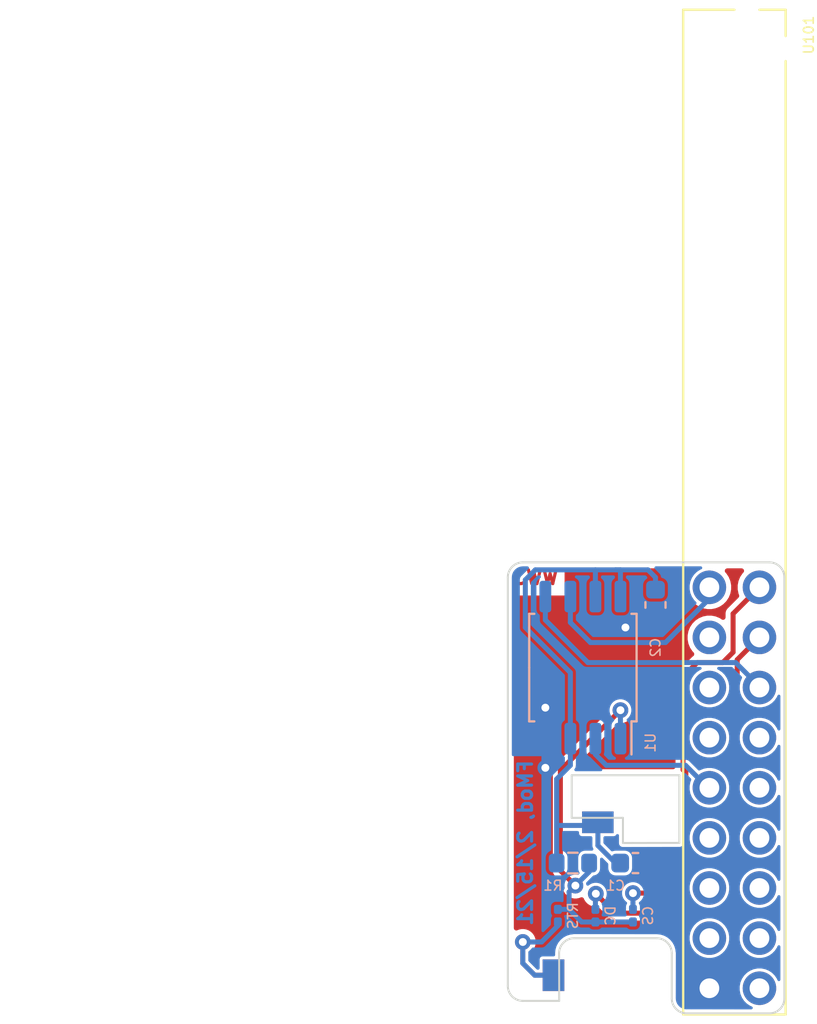
<source format=kicad_pcb>
(kicad_pcb (version 20171130) (host pcbnew 5.1.7-a382d34a8~87~ubuntu18.04.1)

  (general
    (thickness 0.21336)
    (drawings 29)
    (tracks 97)
    (zones 0)
    (modules 10)
    (nets 12)
  )

  (page A4)
  (title_block
    (date 12/14/2020)
    (rev 0)
  )

  (layers
    (0 F.Cu signal)
    (31 B.Cu signal)
    (32 B.Adhes user)
    (33 F.Adhes user)
    (34 B.Paste user)
    (35 F.Paste user)
    (36 B.SilkS user)
    (37 F.SilkS user)
    (38 B.Mask user)
    (39 F.Mask user)
    (40 Dwgs.User user)
    (41 Cmts.User user)
    (42 Eco1.User user)
    (43 Eco2.User user)
    (44 Edge.Cuts user)
    (45 Margin user)
    (46 B.CrtYd user)
    (47 F.CrtYd user)
    (48 B.Fab user hide)
    (49 F.Fab user)
  )

  (setup
    (last_trace_width 0.254)
    (user_trace_width 0.1524)
    (user_trace_width 0.2)
    (user_trace_width 0.508)
    (user_trace_width 0.762)
    (user_trace_width 1.27)
    (trace_clearance 0.1524)
    (zone_clearance 0.1524)
    (zone_45_only no)
    (trace_min 0.1524)
    (via_size 0.8)
    (via_drill 0.4)
    (via_min_size 0.4)
    (via_min_drill 0.3)
    (uvia_size 0.3)
    (uvia_drill 0.1)
    (uvias_allowed no)
    (uvia_min_size 0.2)
    (uvia_min_drill 0.1)
    (edge_width 0.1)
    (segment_width 0.2)
    (pcb_text_width 0.3)
    (pcb_text_size 1.5 1.5)
    (mod_edge_width 0.12)
    (mod_text_size 0.7 0.7)
    (mod_text_width 0.105)
    (pad_size 0.65 0.4)
    (pad_drill 0)
    (pad_to_mask_clearance 0.0508)
    (aux_axis_origin 0 0)
    (visible_elements 7FFFFFFF)
    (pcbplotparams
      (layerselection 0x010f0_ffffffff)
      (usegerberextensions false)
      (usegerberattributes false)
      (usegerberadvancedattributes true)
      (creategerberjobfile true)
      (excludeedgelayer true)
      (linewidth 0.100000)
      (plotframeref false)
      (viasonmask false)
      (mode 1)
      (useauxorigin false)
      (hpglpennumber 1)
      (hpglpenspeed 20)
      (hpglpendiameter 15.000000)
      (psnegative false)
      (psa4output false)
      (plotreference true)
      (plotvalue true)
      (plotinvisibletext false)
      (padsonsilk false)
      (subtractmaskfromsilk false)
      (outputformat 1)
      (mirror false)
      (drillshape 0)
      (scaleselection 1)
      (outputdirectory "gerber/"))
  )

  (net 0 "")
  (net 1 GND)
  (net 2 +3V3)
  (net 3 "Net-(JP101-Pad1)")
  (net 4 SPI_MISO)
  (net 5 "Net-(JP102-Pad1)")
  (net 6 SPI_SCK)
  (net 7 SPI_MOSI)
  (net 8 /WMCU_RTS)
  (net 9 /LCD_DC)
  (net 10 /~LCD_CS)
  (net 11 "Net-(JP1-Pad2)")

  (net_class Default "This is the default net class."
    (clearance 0.1524)
    (trace_width 0.254)
    (via_dia 0.8)
    (via_drill 0.4)
    (uvia_dia 0.3)
    (uvia_drill 0.1)
    (add_net +3V3)
    (add_net /LCD_DC)
    (add_net /WMCU_RTS)
    (add_net /~LCD_CS)
    (add_net GND)
    (add_net "Net-(JP1-Pad2)")
    (add_net "Net-(JP101-Pad1)")
    (add_net "Net-(JP102-Pad1)")
    (add_net SPI_MISO)
    (add_net SPI_MOSI)
    (add_net SPI_SCK)
  )

  (net_class usb ""
    (clearance 0.1524)
    (trace_width 0.1524)
    (via_dia 0.8)
    (via_drill 0.4)
    (uvia_dia 0.3)
    (uvia_drill 0.1)
  )

  (module mylib:ER-TFTM028-4 (layer F.Cu) (tedit 6029D3FE) (tstamp 6029C09F)
    (at 218 40 270)
    (path /5F69622B)
    (zone_connect 2)
    (fp_text reference U101 (at -0.05 -2.5 270) (layer F.SilkS)
      (effects (font (size 0.5 0.5) (thickness 0.08)))
    )
    (fp_text value ER-TFTM028-4 (at 25.4 38.1 270) (layer F.Fab)
      (effects (font (size 0.5 0.5) (thickness 0.08)))
    )
    (fp_line (start 50.05 4.35) (end -1.8 4.35) (layer F.CrtYd) (width 0.05))
    (fp_line (start -1.8 -1.8) (end 50.05 -1.8) (layer F.CrtYd) (width 0.05))
    (fp_line (start -1.8 4.35) (end -1.8 -1.8) (layer F.CrtYd) (width 0.05))
    (fp_line (start 50.05 -1.8) (end 50.05 4.35) (layer F.CrtYd) (width 0.05))
    (fp_line (start -1.33 -1.33) (end -1.33 0) (layer F.SilkS) (width 0.12))
    (fp_line (start 0 -1.33) (end -1.33 -1.33) (layer F.SilkS) (width 0.12))
    (fp_line (start -1.33 1.27) (end -1.33 3.87) (layer F.SilkS) (width 0.12))
    (fp_line (start -1.33 3.87) (end 49.59 3.87) (layer F.SilkS) (width 0.12))
    (fp_line (start 1.27 -1.33) (end 49.59 -1.33) (layer F.SilkS) (width 0.12))
    (fp_line (start 49.59 -1.33) (end 49.59 3.87) (layer F.SilkS) (width 0.12))
    (fp_line (start 49.53 -1.27) (end 0 -1.27) (layer F.Fab) (width 0.1))
    (fp_line (start 49.53 3.81) (end 49.53 -1.27) (layer F.Fab) (width 0.1))
    (fp_line (start -1.27 3.81) (end 49.53 3.81) (layer F.Fab) (width 0.1))
    (fp_line (start -1.27 0) (end -1.27 3.81) (layer F.Fab) (width 0.1))
    (pad 23 thru_hole oval (at 27.94 0) (size 1.7 1.7) (drill 1) (layers *.Cu *.Mask)
      (net 10 /~LCD_CS) (zone_connect 2))
    (pad 24 thru_hole oval (at 27.94 2.54) (size 1.7 1.7) (drill 1) (layers *.Cu *.Mask)
      (net 6 SPI_SCK) (zone_connect 2))
    (pad 25 thru_hole oval (at 30.48 0) (size 1.7 1.7) (drill 1) (layers *.Cu *.Mask)
      (net 9 /LCD_DC) (zone_connect 2))
    (pad 26 thru_hole oval (at 30.48 2.54) (size 1.7 1.7) (drill 1) (layers *.Cu *.Mask)
      (net 3 "Net-(JP101-Pad1)") (zone_connect 2))
    (pad 27 thru_hole oval (at 33.02 0) (size 1.7 1.7) (drill 1) (layers *.Cu *.Mask)
      (net 7 SPI_MOSI) (zone_connect 2))
    (pad 28 thru_hole oval (at 33.02 2.54) (size 1.7 1.7) (drill 1) (layers *.Cu *.Mask)
      (net 5 "Net-(JP102-Pad1)") (zone_connect 2))
    (pad 29 thru_hole oval (at 35.56 0) (size 1.7 1.7) (drill 1) (layers *.Cu *.Mask)
      (zone_connect 2))
    (pad 30 thru_hole oval (at 35.56 2.54) (size 1.7 1.7) (drill 1) (layers *.Cu *.Mask)
      (zone_connect 2))
    (pad 31 thru_hole oval (at 38.1 0) (size 1.7 1.7) (drill 1) (layers *.Cu *.Mask)
      (zone_connect 2))
    (pad 32 thru_hole oval (at 38.1 2.54) (size 1.7 1.7) (drill 1) (layers *.Cu *.Mask)
      (net 4 SPI_MISO) (zone_connect 2))
    (pad 33 thru_hole oval (at 40.64 0) (size 1.7 1.7) (drill 1) (layers *.Cu *.Mask)
      (net 6 SPI_SCK) (zone_connect 2))
    (pad 34 thru_hole oval (at 40.64 2.54) (size 1.7 1.7) (drill 1) (layers *.Cu *.Mask)
      (net 7 SPI_MOSI) (zone_connect 2))
    (pad 35 thru_hole oval (at 43.18 0) (size 1.7 1.7) (drill 1) (layers *.Cu *.Mask)
      (zone_connect 2))
    (pad 36 thru_hole oval (at 43.18 2.54) (size 1.7 1.7) (drill 1) (layers *.Cu *.Mask)
      (zone_connect 2))
    (pad 37 thru_hole oval (at 45.72 0) (size 1.7 1.7) (drill 1) (layers *.Cu *.Mask)
      (zone_connect 2))
    (pad 38 thru_hole oval (at 45.72 2.54) (size 1.7 1.7) (drill 1) (layers *.Cu *.Mask)
      (zone_connect 2))
    (pad 39 thru_hole oval (at 48.26 0) (size 1.7 1.7) (drill 1) (layers *.Cu *.Mask)
      (zone_connect 2))
    (pad 40 thru_hole oval (at 48.26 2.54) (size 1.7 1.7) (drill 1) (layers *.Cu *.Mask)
      (net 1 GND) (zone_connect 2))
    (model ${KIMY3DMOD}/connectors/ESQ_120_24_L_D_cp.step
      (at (xyz 0 0 0))
      (scale (xyz 1 1 1))
      (rotate (xyz 0 0 0))
    )
  )

  (module mylib:Jumper_ModPad (layer F.Cu) (tedit 6029C19A) (tstamp 602A7B6A)
    (at 209.8 79.2 90)
    (descr "SMD mod pad for sniffing")
    (tags "solder jumper open")
    (path /605F2A20)
    (attr virtual)
    (fp_text reference TP1 (at 0.714 0.004 180) (layer F.SilkS) hide
      (effects (font (size 0.5 0.5) (thickness 0.08)))
    )
    (fp_text value TestPoint (at 0 1.9 90) (layer F.Fab) hide
      (effects (font (size 0.5 0.5) (thickness 0.08)))
    )
    (fp_line (start -1.65 -1.25) (end 1.65 -1.25) (layer F.CrtYd) (width 0.05))
    (fp_line (start -1.65 -1.25) (end -1.65 1.25) (layer F.CrtYd) (width 0.05))
    (fp_line (start 1.65 1.25) (end 1.65 -1.25) (layer F.CrtYd) (width 0.05))
    (fp_line (start 1.65 1.25) (end -1.65 1.25) (layer F.CrtYd) (width 0.05))
    (pad 1 smd rect (at -0.65 0 90) (size 1.1 1.6) (layers B.Cu B.Mask)
      (net 2 +3V3))
    (pad 1 smd rect (at -0.65 0 90) (size 1.1 1.6) (layers F.Cu F.Mask)
      (net 2 +3V3))
  )

  (module mylib:Jumper_ModPad (layer F.Cu) (tedit 6029C19A) (tstamp 602A7B73)
    (at 208.2 87.6)
    (descr "SMD mod pad for sniffing")
    (tags "solder jumper open")
    (path /605F35A3)
    (attr virtual)
    (fp_text reference TP2 (at 0.842 0.03 90) (layer F.SilkS) hide
      (effects (font (size 0.5 0.5) (thickness 0.08)))
    )
    (fp_text value TestPoint (at 0 1.9) (layer F.Fab) hide
      (effects (font (size 0.5 0.5) (thickness 0.08)))
    )
    (fp_line (start -1.65 -1.25) (end 1.65 -1.25) (layer F.CrtYd) (width 0.05))
    (fp_line (start -1.65 -1.25) (end -1.65 1.25) (layer F.CrtYd) (width 0.05))
    (fp_line (start 1.65 1.25) (end 1.65 -1.25) (layer F.CrtYd) (width 0.05))
    (fp_line (start 1.65 1.25) (end -1.65 1.25) (layer F.CrtYd) (width 0.05))
    (pad 1 smd rect (at -0.65 0) (size 1.1 1.6) (layers B.Cu B.Mask)
      (net 8 /WMCU_RTS))
    (pad 1 smd rect (at -0.65 0) (size 1.1 1.6) (layers F.Cu F.Mask)
      (net 8 /WMCU_RTS))
  )

  (module Capacitor_SMD:C_0603_1608Metric (layer B.Cu) (tedit 5F68FEEE) (tstamp 602A98A6)
    (at 211.709 81.915)
    (descr "Capacitor SMD 0603 (1608 Metric), square (rectangular) end terminal, IPC_7351 nominal, (Body size source: IPC-SM-782 page 76, https://www.pcb-3d.com/wordpress/wp-content/uploads/ipc-sm-782a_amendment_1_and_2.pdf), generated with kicad-footprint-generator")
    (tags capacitor)
    (path /604AD6E4)
    (attr smd)
    (fp_text reference C1 (at -1.016 1.143) (layer B.SilkS)
      (effects (font (size 0.5 0.5) (thickness 0.08)) (justify mirror))
    )
    (fp_text value 1u (at 0 -1.43) (layer B.Fab)
      (effects (font (size 0.5 0.5) (thickness 0.08)) (justify mirror))
    )
    (fp_line (start 1.48 -0.73) (end -1.48 -0.73) (layer B.CrtYd) (width 0.05))
    (fp_line (start 1.48 0.73) (end 1.48 -0.73) (layer B.CrtYd) (width 0.05))
    (fp_line (start -1.48 0.73) (end 1.48 0.73) (layer B.CrtYd) (width 0.05))
    (fp_line (start -1.48 -0.73) (end -1.48 0.73) (layer B.CrtYd) (width 0.05))
    (fp_line (start -0.14058 -0.51) (end 0.14058 -0.51) (layer B.SilkS) (width 0.12))
    (fp_line (start -0.14058 0.51) (end 0.14058 0.51) (layer B.SilkS) (width 0.12))
    (fp_line (start 0.8 -0.4) (end -0.8 -0.4) (layer B.Fab) (width 0.1))
    (fp_line (start 0.8 0.4) (end 0.8 -0.4) (layer B.Fab) (width 0.1))
    (fp_line (start -0.8 0.4) (end 0.8 0.4) (layer B.Fab) (width 0.1))
    (fp_line (start -0.8 -0.4) (end -0.8 0.4) (layer B.Fab) (width 0.1))
    (fp_text user %R (at 0 0) (layer B.Fab)
      (effects (font (size 0.5 0.5) (thickness 0.08)) (justify mirror))
    )
    (pad 2 smd roundrect (at 0.775 0) (size 0.9 0.95) (layers B.Cu B.Paste B.Mask) (roundrect_rratio 0.25)
      (net 1 GND))
    (pad 1 smd roundrect (at -0.775 0) (size 0.9 0.95) (layers B.Cu B.Paste B.Mask) (roundrect_rratio 0.25)
      (net 2 +3V3))
    (model ${KISYS3DMOD}/Capacitor_SMD.3dshapes/C_0603_1608Metric.wrl
      (at (xyz 0 0 0))
      (scale (xyz 1 1 1))
      (rotate (xyz 0 0 0))
    )
  )

  (module Capacitor_SMD:C_0603_1608Metric (layer B.Cu) (tedit 5F68FEEE) (tstamp 602A9876)
    (at 212.725 68.834 270)
    (descr "Capacitor SMD 0603 (1608 Metric), square (rectangular) end terminal, IPC_7351 nominal, (Body size source: IPC-SM-782 page 76, https://www.pcb-3d.com/wordpress/wp-content/uploads/ipc-sm-782a_amendment_1_and_2.pdf), generated with kicad-footprint-generator")
    (tags capacitor)
    (path /604ABD3D)
    (attr smd)
    (fp_text reference C2 (at 2.159 0 90) (layer B.SilkS)
      (effects (font (size 0.5 0.5) (thickness 0.08)) (justify mirror))
    )
    (fp_text value 0.1u (at 0 -1.43 90) (layer B.Fab)
      (effects (font (size 0.5 0.5) (thickness 0.08)) (justify mirror))
    )
    (fp_line (start -0.8 -0.4) (end -0.8 0.4) (layer B.Fab) (width 0.1))
    (fp_line (start -0.8 0.4) (end 0.8 0.4) (layer B.Fab) (width 0.1))
    (fp_line (start 0.8 0.4) (end 0.8 -0.4) (layer B.Fab) (width 0.1))
    (fp_line (start 0.8 -0.4) (end -0.8 -0.4) (layer B.Fab) (width 0.1))
    (fp_line (start -0.14058 0.51) (end 0.14058 0.51) (layer B.SilkS) (width 0.12))
    (fp_line (start -0.14058 -0.51) (end 0.14058 -0.51) (layer B.SilkS) (width 0.12))
    (fp_line (start -1.48 -0.73) (end -1.48 0.73) (layer B.CrtYd) (width 0.05))
    (fp_line (start -1.48 0.73) (end 1.48 0.73) (layer B.CrtYd) (width 0.05))
    (fp_line (start 1.48 0.73) (end 1.48 -0.73) (layer B.CrtYd) (width 0.05))
    (fp_line (start 1.48 -0.73) (end -1.48 -0.73) (layer B.CrtYd) (width 0.05))
    (fp_text user %R (at 0 0 90) (layer B.Fab)
      (effects (font (size 0.5 0.5) (thickness 0.08)) (justify mirror))
    )
    (pad 1 smd roundrect (at -0.775 0 270) (size 0.9 0.95) (layers B.Cu B.Paste B.Mask) (roundrect_rratio 0.25)
      (net 2 +3V3))
    (pad 2 smd roundrect (at 0.775 0 270) (size 0.9 0.95) (layers B.Cu B.Paste B.Mask) (roundrect_rratio 0.25)
      (net 1 GND))
    (model ${KISYS3DMOD}/Capacitor_SMD.3dshapes/C_0603_1608Metric.wrl
      (at (xyz 0 0 0))
      (scale (xyz 1 1 1))
      (rotate (xyz 0 0 0))
    )
  )

  (module Resistor_SMD:R_0201_0603Metric (layer B.Cu) (tedit 5F68FEEE) (tstamp 6029B0A6)
    (at 209.677 84.582 270)
    (descr "Resistor SMD 0201 (0603 Metric), square (rectangular) end terminal, IPC_7351 nominal, (Body size source: https://www.vishay.com/docs/20052/crcw0201e3.pdf), generated with kicad-footprint-generator")
    (tags resistor)
    (path /60413E8B)
    (attr smd)
    (fp_text reference JP1 (at 2.413 -1.651 90) (layer B.SilkS) hide
      (effects (font (size 0.5 0.5) (thickness 0.08)) (justify mirror))
    )
    (fp_text value Jumper_NO_Small (at 0 -1.05 90) (layer B.Fab)
      (effects (font (size 0.5 0.5) (thickness 0.08)) (justify mirror))
    )
    (fp_line (start -0.3 -0.15) (end -0.3 0.15) (layer B.Fab) (width 0.1))
    (fp_line (start -0.3 0.15) (end 0.3 0.15) (layer B.Fab) (width 0.1))
    (fp_line (start 0.3 0.15) (end 0.3 -0.15) (layer B.Fab) (width 0.1))
    (fp_line (start 0.3 -0.15) (end -0.3 -0.15) (layer B.Fab) (width 0.1))
    (fp_line (start -0.7 -0.35) (end -0.7 0.35) (layer B.CrtYd) (width 0.05))
    (fp_line (start -0.7 0.35) (end 0.7 0.35) (layer B.CrtYd) (width 0.05))
    (fp_line (start 0.7 0.35) (end 0.7 -0.35) (layer B.CrtYd) (width 0.05))
    (fp_line (start 0.7 -0.35) (end -0.7 -0.35) (layer B.CrtYd) (width 0.05))
    (fp_text user %R (at 0 0.68 90) (layer B.Fab)
      (effects (font (size 0.5 0.5) (thickness 0.08)) (justify mirror))
    )
    (pad "" smd roundrect (at -0.345 0 270) (size 0.318 0.36) (layers B.Paste) (roundrect_rratio 0.25))
    (pad "" smd roundrect (at 0.345 0 270) (size 0.318 0.36) (layers B.Paste) (roundrect_rratio 0.25))
    (pad 1 smd roundrect (at -0.32 0 270) (size 0.46 0.4) (layers B.Cu B.Mask) (roundrect_rratio 0.25)
      (net 9 /LCD_DC))
    (pad 2 smd roundrect (at 0.32 0 270) (size 0.46 0.4) (layers B.Cu B.Mask) (roundrect_rratio 0.25)
      (net 11 "Net-(JP1-Pad2)"))
    (model ${KISYS3DMOD}/Resistor_SMD.3dshapes/R_0201_0603Metric.wrl
      (at (xyz 0 0 0))
      (scale (xyz 1 1 1))
      (rotate (xyz 0 0 0))
    )
  )

  (module Resistor_SMD:R_0201_0603Metric (layer B.Cu) (tedit 5F68FEEE) (tstamp 602AA55A)
    (at 211.582 84.582 270)
    (descr "Resistor SMD 0201 (0603 Metric), square (rectangular) end terminal, IPC_7351 nominal, (Body size source: https://www.vishay.com/docs/20052/crcw0201e3.pdf), generated with kicad-footprint-generator")
    (tags resistor)
    (path /60413E96)
    (attr smd)
    (fp_text reference JP2 (at 2.413 -0.508 90) (layer B.SilkS) hide
      (effects (font (size 0.5 0.5) (thickness 0.08)) (justify mirror))
    )
    (fp_text value Jumper_NO_Small (at 0 -1.05 90) (layer B.Fab)
      (effects (font (size 0.5 0.5) (thickness 0.08)) (justify mirror))
    )
    (fp_line (start 0.7 -0.35) (end -0.7 -0.35) (layer B.CrtYd) (width 0.05))
    (fp_line (start 0.7 0.35) (end 0.7 -0.35) (layer B.CrtYd) (width 0.05))
    (fp_line (start -0.7 0.35) (end 0.7 0.35) (layer B.CrtYd) (width 0.05))
    (fp_line (start -0.7 -0.35) (end -0.7 0.35) (layer B.CrtYd) (width 0.05))
    (fp_line (start 0.3 -0.15) (end -0.3 -0.15) (layer B.Fab) (width 0.1))
    (fp_line (start 0.3 0.15) (end 0.3 -0.15) (layer B.Fab) (width 0.1))
    (fp_line (start -0.3 0.15) (end 0.3 0.15) (layer B.Fab) (width 0.1))
    (fp_line (start -0.3 -0.15) (end -0.3 0.15) (layer B.Fab) (width 0.1))
    (fp_text user %R (at 0 0.68 90) (layer B.Fab)
      (effects (font (size 0.5 0.5) (thickness 0.08)) (justify mirror))
    )
    (pad 2 smd roundrect (at 0.32 0 270) (size 0.46 0.4) (layers B.Cu B.Mask) (roundrect_rratio 0.25)
      (net 11 "Net-(JP1-Pad2)"))
    (pad 1 smd roundrect (at -0.32 0 270) (size 0.46 0.4) (layers B.Cu B.Mask) (roundrect_rratio 0.25)
      (net 10 /~LCD_CS))
    (pad "" smd roundrect (at 0.345 0 270) (size 0.318 0.36) (layers B.Paste) (roundrect_rratio 0.25))
    (pad "" smd roundrect (at -0.345 0 270) (size 0.318 0.36) (layers B.Paste) (roundrect_rratio 0.25))
    (model ${KISYS3DMOD}/Resistor_SMD.3dshapes/R_0201_0603Metric.wrl
      (at (xyz 0 0 0))
      (scale (xyz 1 1 1))
      (rotate (xyz 0 0 0))
    )
  )

  (module Resistor_SMD:R_0201_0603Metric (layer B.Cu) (tedit 5F68FEEE) (tstamp 6029B0C8)
    (at 207.772 84.582 90)
    (descr "Resistor SMD 0201 (0603 Metric), square (rectangular) end terminal, IPC_7351 nominal, (Body size source: https://www.vishay.com/docs/20052/crcw0201e3.pdf), generated with kicad-footprint-generator")
    (tags resistor)
    (path /60413E9F)
    (attr smd)
    (fp_text reference JP3 (at -2.413 2.794 90) (layer B.SilkS) hide
      (effects (font (size 0.5 0.5) (thickness 0.08)) (justify mirror))
    )
    (fp_text value Jumper_NO_Small (at 0 -1.05 90) (layer B.Fab)
      (effects (font (size 0.5 0.5) (thickness 0.08)) (justify mirror))
    )
    (fp_line (start -0.3 -0.15) (end -0.3 0.15) (layer B.Fab) (width 0.1))
    (fp_line (start -0.3 0.15) (end 0.3 0.15) (layer B.Fab) (width 0.1))
    (fp_line (start 0.3 0.15) (end 0.3 -0.15) (layer B.Fab) (width 0.1))
    (fp_line (start 0.3 -0.15) (end -0.3 -0.15) (layer B.Fab) (width 0.1))
    (fp_line (start -0.7 -0.35) (end -0.7 0.35) (layer B.CrtYd) (width 0.05))
    (fp_line (start -0.7 0.35) (end 0.7 0.35) (layer B.CrtYd) (width 0.05))
    (fp_line (start 0.7 0.35) (end 0.7 -0.35) (layer B.CrtYd) (width 0.05))
    (fp_line (start 0.7 -0.35) (end -0.7 -0.35) (layer B.CrtYd) (width 0.05))
    (fp_text user %R (at 0 0.68 90) (layer B.Fab)
      (effects (font (size 0.5 0.5) (thickness 0.08)) (justify mirror))
    )
    (pad "" smd roundrect (at -0.345 0 90) (size 0.318 0.36) (layers B.Paste) (roundrect_rratio 0.25))
    (pad "" smd roundrect (at 0.345 0 90) (size 0.318 0.36) (layers B.Paste) (roundrect_rratio 0.25))
    (pad 1 smd roundrect (at -0.32 0 90) (size 0.46 0.4) (layers B.Cu B.Mask) (roundrect_rratio 0.25)
      (net 8 /WMCU_RTS))
    (pad 2 smd roundrect (at 0.32 0 90) (size 0.46 0.4) (layers B.Cu B.Mask) (roundrect_rratio 0.25)
      (net 11 "Net-(JP1-Pad2)"))
    (model ${KISYS3DMOD}/Resistor_SMD.3dshapes/R_0201_0603Metric.wrl
      (at (xyz 0 0 0))
      (scale (xyz 1 1 1))
      (rotate (xyz 0 0 0))
    )
  )

  (module Resistor_SMD:R_0603_1608Metric (layer B.Cu) (tedit 5F68FEEE) (tstamp 6029B0D9)
    (at 208.534 81.915)
    (descr "Resistor SMD 0603 (1608 Metric), square (rectangular) end terminal, IPC_7351 nominal, (Body size source: IPC-SM-782 page 72, https://www.pcb-3d.com/wordpress/wp-content/uploads/ipc-sm-782a_amendment_1_and_2.pdf), generated with kicad-footprint-generator")
    (tags resistor)
    (path /604C280F)
    (attr smd)
    (fp_text reference R1 (at -1.016 1.143) (layer B.SilkS)
      (effects (font (size 0.5 0.5) (thickness 0.08)) (justify mirror))
    )
    (fp_text value 10k (at 0 -1.43) (layer B.Fab)
      (effects (font (size 0.5 0.5) (thickness 0.08)) (justify mirror))
    )
    (fp_line (start -0.8 -0.4125) (end -0.8 0.4125) (layer B.Fab) (width 0.1))
    (fp_line (start -0.8 0.4125) (end 0.8 0.4125) (layer B.Fab) (width 0.1))
    (fp_line (start 0.8 0.4125) (end 0.8 -0.4125) (layer B.Fab) (width 0.1))
    (fp_line (start 0.8 -0.4125) (end -0.8 -0.4125) (layer B.Fab) (width 0.1))
    (fp_line (start -0.237258 0.5225) (end 0.237258 0.5225) (layer B.SilkS) (width 0.12))
    (fp_line (start -0.237258 -0.5225) (end 0.237258 -0.5225) (layer B.SilkS) (width 0.12))
    (fp_line (start -1.48 -0.73) (end -1.48 0.73) (layer B.CrtYd) (width 0.05))
    (fp_line (start -1.48 0.73) (end 1.48 0.73) (layer B.CrtYd) (width 0.05))
    (fp_line (start 1.48 0.73) (end 1.48 -0.73) (layer B.CrtYd) (width 0.05))
    (fp_line (start 1.48 -0.73) (end -1.48 -0.73) (layer B.CrtYd) (width 0.05))
    (fp_text user %R (at 0 0) (layer B.Fab)
      (effects (font (size 0.5 0.5) (thickness 0.08)) (justify mirror))
    )
    (pad 1 smd roundrect (at -0.825 0) (size 0.8 0.95) (layers B.Cu B.Paste B.Mask) (roundrect_rratio 0.25)
      (net 2 +3V3))
    (pad 2 smd roundrect (at 0.825 0) (size 0.8 0.95) (layers B.Cu B.Paste B.Mask) (roundrect_rratio 0.25)
      (net 11 "Net-(JP1-Pad2)"))
    (model ${KISYS3DMOD}/Resistor_SMD.3dshapes/R_0603_1608Metric.wrl
      (at (xyz 0 0 0))
      (scale (xyz 1 1 1))
      (rotate (xyz 0 0 0))
    )
  )

  (module Package_SO:SOIC-8_5.23x5.23mm_P1.27mm (layer B.Cu) (tedit 5D9F72B1) (tstamp 6029B0F8)
    (at 209.042 72.009 90)
    (descr "SOIC, 8 Pin (http://www.winbond.com/resource-files/w25q32jv%20revg%2003272018%20plus.pdf#page=68), generated with kicad-footprint-generator ipc_gullwing_generator.py")
    (tags "SOIC SO")
    (path /602D2C00)
    (attr smd)
    (fp_text reference U1 (at -3.81 3.429 90) (layer B.SilkS)
      (effects (font (size 0.5 0.5) (thickness 0.08)) (justify mirror))
    )
    (fp_text value W25Q128JVS (at 0 -3.56 90) (layer B.Fab)
      (effects (font (size 0.5 0.5) (thickness 0.08)) (justify mirror))
    )
    (fp_line (start 0 -2.725) (end 2.725 -2.725) (layer B.SilkS) (width 0.12))
    (fp_line (start 2.725 -2.725) (end 2.725 -2.465) (layer B.SilkS) (width 0.12))
    (fp_line (start 0 -2.725) (end -2.725 -2.725) (layer B.SilkS) (width 0.12))
    (fp_line (start -2.725 -2.725) (end -2.725 -2.465) (layer B.SilkS) (width 0.12))
    (fp_line (start 0 2.725) (end 2.725 2.725) (layer B.SilkS) (width 0.12))
    (fp_line (start 2.725 2.725) (end 2.725 2.465) (layer B.SilkS) (width 0.12))
    (fp_line (start 0 2.725) (end -2.725 2.725) (layer B.SilkS) (width 0.12))
    (fp_line (start -2.725 2.725) (end -2.725 2.465) (layer B.SilkS) (width 0.12))
    (fp_line (start -2.725 2.465) (end -4.4 2.465) (layer B.SilkS) (width 0.12))
    (fp_line (start -1.615 2.615) (end 2.615 2.615) (layer B.Fab) (width 0.1))
    (fp_line (start 2.615 2.615) (end 2.615 -2.615) (layer B.Fab) (width 0.1))
    (fp_line (start 2.615 -2.615) (end -2.615 -2.615) (layer B.Fab) (width 0.1))
    (fp_line (start -2.615 -2.615) (end -2.615 1.615) (layer B.Fab) (width 0.1))
    (fp_line (start -2.615 1.615) (end -1.615 2.615) (layer B.Fab) (width 0.1))
    (fp_line (start -4.65 2.86) (end -4.65 -2.86) (layer B.CrtYd) (width 0.05))
    (fp_line (start -4.65 -2.86) (end 4.65 -2.86) (layer B.CrtYd) (width 0.05))
    (fp_line (start 4.65 -2.86) (end 4.65 2.86) (layer B.CrtYd) (width 0.05))
    (fp_line (start 4.65 2.86) (end -4.65 2.86) (layer B.CrtYd) (width 0.05))
    (fp_text user %R (at 0 0 90) (layer B.Fab)
      (effects (font (size 0.5 0.5) (thickness 0.08)) (justify mirror))
    )
    (pad 1 smd roundrect (at -3.6 1.905 90) (size 1.6 0.6) (layers B.Cu B.Paste B.Mask) (roundrect_rratio 0.25)
      (net 11 "Net-(JP1-Pad2)"))
    (pad 2 smd roundrect (at -3.6 0.635 90) (size 1.6 0.6) (layers B.Cu B.Paste B.Mask) (roundrect_rratio 0.25)
      (net 4 SPI_MISO))
    (pad 3 smd roundrect (at -3.6 -0.635 90) (size 1.6 0.6) (layers B.Cu B.Paste B.Mask) (roundrect_rratio 0.25)
      (net 2 +3V3))
    (pad 4 smd roundrect (at -3.6 -1.905 90) (size 1.6 0.6) (layers B.Cu B.Paste B.Mask) (roundrect_rratio 0.25)
      (net 1 GND))
    (pad 5 smd roundrect (at 3.6 -1.905 90) (size 1.6 0.6) (layers B.Cu B.Paste B.Mask) (roundrect_rratio 0.25)
      (net 7 SPI_MOSI))
    (pad 6 smd roundrect (at 3.6 -0.635 90) (size 1.6 0.6) (layers B.Cu B.Paste B.Mask) (roundrect_rratio 0.25)
      (net 6 SPI_SCK))
    (pad 7 smd roundrect (at 3.6 0.635 90) (size 1.6 0.6) (layers B.Cu B.Paste B.Mask) (roundrect_rratio 0.25)
      (net 2 +3V3))
    (pad 8 smd roundrect (at 3.6 1.905 90) (size 1.6 0.6) (layers B.Cu B.Paste B.Mask) (roundrect_rratio 0.25)
      (net 2 +3V3))
    (model ${KISYS3DMOD}/Package_SO.3dshapes/SOIC-8_5.275x5.275mm_P1.27mm.step
      (at (xyz 0 0 0))
      (scale (xyz 1 1 1))
      (rotate (xyz 0 0 0))
    )
  )

  (gr_arc (start 214.3125 88.773) (end 213.5505 88.773) (angle -90) (layer Edge.Cuts) (width 0.1) (tstamp 602ACDF2))
  (gr_arc (start 212.7885 86.487) (end 213.5505 86.487) (angle -90) (layer Edge.Cuts) (width 0.1) (tstamp 602ACDE9))
  (gr_arc (start 208.5975 86.487) (end 208.5975 85.725) (angle -90) (layer Edge.Cuts) (width 0.1) (tstamp 602ACDE4))
  (gr_arc (start 218.5035 88.773) (end 218.5035 89.535) (angle -90) (layer Edge.Cuts) (width 0.1) (tstamp 602ACDCF))
  (gr_arc (start 218.5035 67.437) (end 219.2655 67.437) (angle -90) (layer Edge.Cuts) (width 0.1) (tstamp 602ACDCB))
  (gr_arc (start 205.994 88.138) (end 205.232 88.138) (angle -90) (layer Edge.Cuts) (width 0.1) (tstamp 602ACDBF))
  (gr_arc (start 205.994 67.437) (end 205.994 66.675) (angle -90) (layer Edge.Cuts) (width 0.1))
  (gr_text CWW (at 206.629 67.437) (layer F.Cu) (tstamp 602ACBCE)
    (effects (font (size 0.7 0.7) (thickness 0.16)))
  )
  (gr_text "FMod, 2/15/21" (at 206.121 80.899 90) (layer B.Cu)
    (effects (font (size 0.7 0.7) (thickness 0.16)) (justify mirror))
  )
  (gr_text RTS (at 208.534 84.582 90) (layer B.SilkS) (tstamp 602ABF0F)
    (effects (font (size 0.5 0.5) (thickness 0.08)) (justify mirror))
  )
  (gr_text CS (at 212.344 84.582 90) (layer B.SilkS) (tstamp 602ABF0C)
    (effects (font (size 0.5 0.5) (thickness 0.08)) (justify mirror))
  )
  (gr_text DC (at 210.439 84.582 90) (layer B.SilkS)
    (effects (font (size 0.5 0.5) (thickness 0.08)) (justify mirror))
  )
  (gr_line (start 218.5035 66.675) (end 205.994 66.675) (layer Edge.Cuts) (width 0.1) (tstamp 602A8EAE))
  (gr_line (start 211.074 79.624) (end 208.475 79.624) (layer Edge.Cuts) (width 0.1))
  (gr_line (start 205.232 81.788) (end 205.232 67.437) (layer Edge.Cuts) (width 0.1) (tstamp 602A951F))
  (gr_line (start 205.232 88.138) (end 205.232 81.788) (layer Edge.Cuts) (width 0.1))
  (gr_line (start 207.84 88.9) (end 205.994 88.9) (layer Edge.Cuts) (width 0.1))
  (gr_line (start 218.5035 89.535) (end 214.3125 89.535) (layer Edge.Cuts) (width 0.1) (tstamp 602A3D76))
  (gr_line (start 212.7885 85.725) (end 208.5975 85.725) (layer Edge.Cuts) (width 0.1))
  (gr_line (start 213.5505 88.773) (end 213.5505 86.487) (layer Edge.Cuts) (width 0.1))
  (gr_line (start 211.074 80.894) (end 211.074 79.624) (layer Edge.Cuts) (width 0.1) (tstamp 602A3D51))
  (gr_line (start 213.936 80.894) (end 211.074 80.899) (layer Edge.Cuts) (width 0.1))
  (gr_line (start 213.936 77.465) (end 213.936 80.894) (layer Edge.Cuts) (width 0.1))
  (gr_line (start 208.475 77.465) (end 213.936 77.465) (layer Edge.Cuts) (width 0.1))
  (gr_line (start 208.475 79.624) (end 208.475 77.465) (layer Edge.Cuts) (width 0.1))
  (gr_line (start 215.46 88.26) (end 215.46 85.72) (layer Dwgs.User) (width 0.15) (tstamp 6029C9C2))
  (gr_line (start 215.46 88.26) (end 218 88.26) (layer Dwgs.User) (width 0.15))
  (gr_line (start 219.2655 67.437) (end 219.2655 88.773) (layer Edge.Cuts) (width 0.1) (tstamp 6029AC69))
  (gr_line (start 207.84 88.9) (end 207.8355 86.487) (layer Edge.Cuts) (width 0.1))

  (via (at 207.137 77.089) (size 0.8) (drill 0.4) (layers F.Cu B.Cu) (net 1))
  (segment (start 207.137 75.609) (end 207.137 77.089) (width 0.254) (layer B.Cu) (net 1))
  (via (at 211.201 69.977) (size 0.8) (drill 0.4) (layers F.Cu B.Cu) (net 1))
  (segment (start 212.725 69.609) (end 211.569 69.609) (width 0.254) (layer B.Cu) (net 1))
  (segment (start 211.569 69.609) (end 211.201 69.977) (width 0.254) (layer B.Cu) (net 1))
  (segment (start 207.137 74.041) (end 207.137 77.089) (width 0.254) (layer F.Cu) (net 1))
  (segment (start 211.201 69.977) (end 207.137 74.041) (width 0.254) (layer F.Cu) (net 1))
  (segment (start 214.122 87.122) (end 215.392 88.392) (width 0.254) (layer B.Cu) (net 1))
  (segment (start 212.484 81.915) (end 214.122 83.553) (width 0.254) (layer B.Cu) (net 1))
  (segment (start 214.122 83.553) (end 214.122 87.122) (width 0.254) (layer B.Cu) (net 1))
  (segment (start 207.137 82.931) (end 207.137 77.089) (width 0.254) (layer F.Cu) (net 1))
  (segment (start 209.169 84.963) (end 207.137 82.931) (width 0.254) (layer F.Cu) (net 1))
  (segment (start 213.420249 84.963) (end 209.169 84.963) (width 0.254) (layer F.Cu) (net 1))
  (segment (start 214.122 85.664751) (end 213.420249 84.963) (width 0.254) (layer F.Cu) (net 1))
  (segment (start 215.46 88.26) (end 214.122 86.922) (width 0.254) (layer F.Cu) (net 1))
  (segment (start 214.122 86.922) (end 214.122 85.664751) (width 0.254) (layer F.Cu) (net 1))
  (via (at 207.137 74.041) (size 0.8) (drill 0.4) (layers F.Cu B.Cu) (net 1) (tstamp 602AC303))
  (segment (start 209.677 68.409) (end 209.677 67.056) (width 0.254) (layer B.Cu) (net 2))
  (segment (start 210.693 67.056) (end 209.677 67.056) (width 0.254) (layer B.Cu) (net 2))
  (segment (start 212.725 67.437) (end 212.725 68.059) (width 0.254) (layer B.Cu) (net 2))
  (segment (start 210.693 67.056) (end 212.344 67.056) (width 0.254) (layer B.Cu) (net 2))
  (segment (start 212.344 67.056) (end 212.725 67.437) (width 0.254) (layer B.Cu) (net 2))
  (segment (start 210.947 67.056) (end 210.693 67.056) (width 0.254) (layer B.Cu) (net 2))
  (segment (start 210.947 68.409) (end 210.947 67.056) (width 0.254) (layer B.Cu) (net 2))
  (segment (start 210.693 81.915) (end 209.804 81.026) (width 0.254) (layer B.Cu) (net 2))
  (segment (start 210.934 81.915) (end 210.693 81.915) (width 0.254) (layer B.Cu) (net 2))
  (segment (start 209.804 81.026) (end 209.804 80.01) (width 0.254) (layer B.Cu) (net 2))
  (segment (start 206.629 67.056) (end 209.677 67.056) (width 0.254) (layer B.Cu) (net 2))
  (segment (start 206.121 67.564) (end 206.629 67.056) (width 0.254) (layer B.Cu) (net 2))
  (segment (start 208.407 75.609) (end 208.407 76.962) (width 0.254) (layer B.Cu) (net 2))
  (segment (start 207.709 77.66) (end 207.709 80.074) (width 0.254) (layer B.Cu) (net 2))
  (segment (start 208.407 76.962) (end 207.709 77.66) (width 0.254) (layer B.Cu) (net 2))
  (segment (start 208.407 75.609) (end 208.407 72.263) (width 0.254) (layer B.Cu) (net 2))
  (segment (start 208.407 72.263) (end 206.121 69.977) (width 0.254) (layer B.Cu) (net 2))
  (segment (start 206.121 69.977) (end 206.121 67.564) (width 0.254) (layer B.Cu) (net 2))
  (segment (start 207.709 81.915) (end 207.709 80.327) (width 0.254) (layer B.Cu) (net 2))
  (segment (start 207.709 80.327) (end 207.709 80.074) (width 0.254) (layer B.Cu) (net 2))
  (segment (start 207.709 80.01) (end 209.804 80.01) (width 0.254) (layer B.Cu) (net 2))
  (segment (start 207.709 80.327) (end 207.709 80.01) (width 0.254) (layer B.Cu) (net 2))
  (segment (start 209.677 76.409) (end 210.23 76.962) (width 0.254) (layer B.Cu) (net 4))
  (segment (start 209.677 75.609) (end 209.677 76.409) (width 0.254) (layer B.Cu) (net 4))
  (segment (start 210.23 76.962) (end 214.249 76.962) (width 0.254) (layer B.Cu) (net 4))
  (segment (start 214.249 76.962) (end 215.392 78.105) (width 0.254) (layer B.Cu) (net 4))
  (segment (start 215.519 68.453) (end 215.519 68.199) (width 0.254) (layer B.Cu) (net 6))
  (segment (start 213.233 70.739) (end 215.519 68.453) (width 0.254) (layer B.Cu) (net 6))
  (segment (start 209.423 70.739) (end 213.233 70.739) (width 0.254) (layer B.Cu) (net 6))
  (segment (start 208.407 68.409) (end 208.407 69.723) (width 0.254) (layer B.Cu) (net 6))
  (segment (start 208.407 69.723) (end 209.423 70.739) (width 0.254) (layer B.Cu) (net 6))
  (segment (start 207.137 69.596) (end 209.296 71.755) (width 0.254) (layer B.Cu) (net 7))
  (segment (start 207.137 68.409) (end 207.137 69.596) (width 0.254) (layer B.Cu) (net 7))
  (segment (start 209.296 71.755) (end 216.789 71.755) (width 0.254) (layer B.Cu) (net 7))
  (segment (start 216.789 71.755) (end 218.059 73.025) (width 0.254) (layer B.Cu) (net 7))
  (segment (start 207.55 87.6) (end 206.599 87.6) (width 0.254) (layer B.Cu) (net 8))
  (via (at 205.994 85.9155) (size 0.8) (drill 0.4) (layers F.Cu B.Cu) (net 8))
  (segment (start 206.599 87.6) (end 205.994 86.995) (width 0.254) (layer B.Cu) (net 8))
  (segment (start 205.994 86.995) (end 205.994 85.9155) (width 0.254) (layer B.Cu) (net 8))
  (segment (start 207.55 87.6) (end 206.599 87.6) (width 0.254) (layer F.Cu) (net 8))
  (segment (start 205.994 86.995) (end 205.994 85.9155) (width 0.254) (layer F.Cu) (net 8))
  (segment (start 206.599 87.6) (end 205.994 86.995) (width 0.254) (layer F.Cu) (net 8))
  (segment (start 206.9465 85.9155) (end 205.994 85.9155) (width 0.254) (layer B.Cu) (net 8))
  (segment (start 207.772 84.902) (end 207.772 85.09) (width 0.254) (layer B.Cu) (net 8))
  (segment (start 207.772 85.09) (end 206.9465 85.9155) (width 0.254) (layer B.Cu) (net 8))
  (segment (start 218 70.48) (end 216.870599 71.609401) (width 0.254) (layer F.Cu) (net 9))
  (segment (start 216.408 84.455) (end 210.682849 84.455) (width 0.254) (layer F.Cu) (net 9))
  (segment (start 216.870599 83.992401) (end 216.408 84.455) (width 0.254) (layer F.Cu) (net 9))
  (segment (start 216.870599 71.609401) (end 216.870599 83.992401) (width 0.254) (layer F.Cu) (net 9))
  (segment (start 209.677 83.489757) (end 209.697303 83.469454) (width 0.254) (layer B.Cu) (net 9))
  (segment (start 209.677 84.262) (end 209.677 83.489757) (width 0.254) (layer B.Cu) (net 9))
  (via (at 209.697303 83.469454) (size 0.8) (drill 0.4) (layers F.Cu B.Cu) (net 9))
  (segment (start 210.682849 84.455) (end 209.697303 83.469454) (width 0.254) (layer F.Cu) (net 9))
  (via (at 211.582 83.439) (size 0.8) (drill 0.4) (layers F.Cu B.Cu) (net 10))
  (segment (start 211.582 84.262) (end 211.582 83.439) (width 0.254) (layer B.Cu) (net 10))
  (segment (start 213.36 83.439) (end 211.582 83.439) (width 0.254) (layer F.Cu) (net 10))
  (segment (start 214.26541 82.53359) (end 213.36 83.439) (width 0.254) (layer F.Cu) (net 10))
  (segment (start 214.26541 77.328554) (end 214.26541 82.53359) (width 0.254) (layer F.Cu) (net 10))
  (segment (start 214.122 77.185144) (end 214.26541 77.328554) (width 0.254) (layer F.Cu) (net 10))
  (segment (start 216.662 69.278) (end 216.662 71.230712) (width 0.254) (layer F.Cu) (net 10))
  (segment (start 216.662 71.230712) (end 216.137712 71.755) (width 0.254) (layer F.Cu) (net 10))
  (segment (start 218 67.94) (end 216.662 69.278) (width 0.254) (layer F.Cu) (net 10))
  (segment (start 216.137712 71.755) (end 214.841743 71.755) (width 0.254) (layer F.Cu) (net 10))
  (segment (start 214.841743 71.755) (end 214.122 72.474743) (width 0.254) (layer F.Cu) (net 10))
  (segment (start 214.122 72.474743) (end 214.122 77.185144) (width 0.254) (layer F.Cu) (net 10))
  (via (at 210.947 74.168) (size 0.8) (drill 0.4) (layers F.Cu B.Cu) (net 11))
  (segment (start 210.947 75.609) (end 210.947 74.168) (width 0.254) (layer B.Cu) (net 11))
  (segment (start 211.582 84.902) (end 210.627 84.902) (width 0.254) (layer B.Cu) (net 11))
  (segment (start 209.677 84.902) (end 210.627 84.902) (width 0.254) (layer B.Cu) (net 11))
  (segment (start 208.341 84.262) (end 207.772 84.262) (width 0.254) (layer B.Cu) (net 11))
  (segment (start 209.677 84.902) (end 208.981 84.902) (width 0.254) (layer B.Cu) (net 11))
  (segment (start 208.981 84.902) (end 208.341 84.262) (width 0.254) (layer B.Cu) (net 11))
  (segment (start 209.359 81.915) (end 209.359 82.36) (width 0.254) (layer B.Cu) (net 11))
  (segment (start 209.359 82.36) (end 208.661 83.058) (width 0.254) (layer B.Cu) (net 11))
  (via (at 208.661 83.058) (size 0.8) (drill 0.4) (layers F.Cu B.Cu) (net 11))
  (segment (start 207.899 77.216) (end 207.899 82.296) (width 0.254) (layer F.Cu) (net 11))
  (segment (start 208.341 84.262) (end 208.341 83.378) (width 0.254) (layer B.Cu) (net 11))
  (segment (start 208.341 83.378) (end 208.661 83.058) (width 0.254) (layer B.Cu) (net 11))
  (segment (start 207.899 82.296) (end 208.661 83.058) (width 0.254) (layer F.Cu) (net 11))
  (segment (start 210.947 74.168) (end 207.899 77.216) (width 0.254) (layer F.Cu) (net 11))

  (zone (net 1) (net_name GND) (layer B.Cu) (tstamp 602ACE3D) (hatch edge 0.508)
    (connect_pads yes (clearance 0.1524))
    (min_thickness 0.1524)
    (fill yes (arc_segments 32) (thermal_gap 0.381) (thermal_bridge_width 0.381))
    (polygon
      (pts
        (xy 219.456 89.916) (xy 200.279 89.916) (xy 200.279 66.421) (xy 219.583 66.421)
      )
    )
    (filled_polygon
      (pts
        (xy 206.776047 67.443286) (xy 206.718507 67.490507) (xy 206.671286 67.548047) (xy 206.636197 67.613693) (xy 206.61459 67.684923)
        (xy 206.607294 67.759) (xy 206.607294 69.059) (xy 206.61459 69.133077) (xy 206.636197 69.204307) (xy 206.671286 69.269953)
        (xy 206.718507 69.327493) (xy 206.776047 69.374714) (xy 206.781401 69.377576) (xy 206.781401 69.578535) (xy 206.779681 69.596)
        (xy 206.786546 69.66571) (xy 206.80688 69.732741) (xy 206.811008 69.740463) (xy 206.8399 69.794516) (xy 206.884338 69.848663)
        (xy 206.897901 69.859794) (xy 208.968704 71.930598) (xy 208.979837 71.944163) (xy 209.033984 71.988601) (xy 209.09576 72.021621)
        (xy 209.16279 72.041954) (xy 209.215037 72.0471) (xy 209.215045 72.0471) (xy 209.2325 72.048819) (xy 209.249955 72.0471)
        (xy 214.99027 72.0471) (xy 214.949091 72.064157) (xy 214.772433 72.182197) (xy 214.622197 72.332433) (xy 214.504157 72.509091)
        (xy 214.42285 72.705384) (xy 214.3814 72.913767) (xy 214.3814 73.126233) (xy 214.42285 73.334616) (xy 214.504157 73.530909)
        (xy 214.622197 73.707567) (xy 214.772433 73.857803) (xy 214.949091 73.975843) (xy 215.145384 74.05715) (xy 215.353767 74.0986)
        (xy 215.566233 74.0986) (xy 215.774616 74.05715) (xy 215.970909 73.975843) (xy 216.147567 73.857803) (xy 216.297803 73.707567)
        (xy 216.415843 73.530909) (xy 216.49715 73.334616) (xy 216.5386 73.126233) (xy 216.5386 72.913767) (xy 216.49715 72.705384)
        (xy 216.415843 72.509091) (xy 216.297803 72.332433) (xy 216.147567 72.182197) (xy 215.970909 72.064157) (xy 215.92973 72.0471)
        (xy 216.578207 72.0471) (xy 217.042997 72.511891) (xy 216.96285 72.705384) (xy 216.9214 72.913767) (xy 216.9214 73.126233)
        (xy 216.96285 73.334616) (xy 217.044157 73.530909) (xy 217.162197 73.707567) (xy 217.312433 73.857803) (xy 217.489091 73.975843)
        (xy 217.685384 74.05715) (xy 217.893767 74.0986) (xy 218.106233 74.0986) (xy 218.314616 74.05715) (xy 218.510909 73.975843)
        (xy 218.687567 73.857803) (xy 218.837803 73.707567) (xy 218.955843 73.530909) (xy 218.9869 73.45593) (xy 218.9869 75.12407)
        (xy 218.955843 75.049091) (xy 218.837803 74.872433) (xy 218.687567 74.722197) (xy 218.510909 74.604157) (xy 218.314616 74.52285)
        (xy 218.106233 74.4814) (xy 217.893767 74.4814) (xy 217.685384 74.52285) (xy 217.489091 74.604157) (xy 217.312433 74.722197)
        (xy 217.162197 74.872433) (xy 217.044157 75.049091) (xy 216.96285 75.245384) (xy 216.9214 75.453767) (xy 216.9214 75.666233)
        (xy 216.96285 75.874616) (xy 217.044157 76.070909) (xy 217.162197 76.247567) (xy 217.312433 76.397803) (xy 217.489091 76.515843)
        (xy 217.685384 76.59715) (xy 217.893767 76.6386) (xy 218.106233 76.6386) (xy 218.314616 76.59715) (xy 218.510909 76.515843)
        (xy 218.687567 76.397803) (xy 218.837803 76.247567) (xy 218.955843 76.070909) (xy 218.9869 75.99593) (xy 218.9869 77.664071)
        (xy 218.955843 77.589091) (xy 218.837803 77.412433) (xy 218.687567 77.262197) (xy 218.510909 77.144157) (xy 218.314616 77.06285)
        (xy 218.106233 77.0214) (xy 217.893767 77.0214) (xy 217.685384 77.06285) (xy 217.489091 77.144157) (xy 217.312433 77.262197)
        (xy 217.162197 77.412433) (xy 217.044157 77.589091) (xy 216.96285 77.785384) (xy 216.9214 77.993767) (xy 216.9214 78.206233)
        (xy 216.96285 78.414616) (xy 217.044157 78.610909) (xy 217.162197 78.787567) (xy 217.312433 78.937803) (xy 217.489091 79.055843)
        (xy 217.685384 79.13715) (xy 217.893767 79.1786) (xy 218.106233 79.1786) (xy 218.314616 79.13715) (xy 218.510909 79.055843)
        (xy 218.687567 78.937803) (xy 218.837803 78.787567) (xy 218.955843 78.610909) (xy 218.986901 78.535929) (xy 218.986901 80.204071)
        (xy 218.955843 80.129091) (xy 218.837803 79.952433) (xy 218.687567 79.802197) (xy 218.510909 79.684157) (xy 218.314616 79.60285)
        (xy 218.106233 79.5614) (xy 217.893767 79.5614) (xy 217.685384 79.60285) (xy 217.489091 79.684157) (xy 217.312433 79.802197)
        (xy 217.162197 79.952433) (xy 217.044157 80.129091) (xy 216.96285 80.325384) (xy 216.9214 80.533767) (xy 216.9214 80.746233)
        (xy 216.96285 80.954616) (xy 217.044157 81.150909) (xy 217.162197 81.327567) (xy 217.312433 81.477803) (xy 217.489091 81.595843)
        (xy 217.685384 81.67715) (xy 217.893767 81.7186) (xy 218.106233 81.7186) (xy 218.314616 81.67715) (xy 218.510909 81.595843)
        (xy 218.687567 81.477803) (xy 218.837803 81.327567) (xy 218.955843 81.150909) (xy 218.986901 81.075929) (xy 218.986901 82.744071)
        (xy 218.955843 82.669091) (xy 218.837803 82.492433) (xy 218.687567 82.342197) (xy 218.510909 82.224157) (xy 218.314616 82.14285)
        (xy 218.106233 82.1014) (xy 217.893767 82.1014) (xy 217.685384 82.14285) (xy 217.489091 82.224157) (xy 217.312433 82.342197)
        (xy 217.162197 82.492433) (xy 217.044157 82.669091) (xy 216.96285 82.865384) (xy 216.9214 83.073767) (xy 216.9214 83.286233)
        (xy 216.96285 83.494616) (xy 217.044157 83.690909) (xy 217.162197 83.867567) (xy 217.312433 84.017803) (xy 217.489091 84.135843)
        (xy 217.685384 84.21715) (xy 217.893767 84.2586) (xy 218.106233 84.2586) (xy 218.314616 84.21715) (xy 218.510909 84.135843)
        (xy 218.687567 84.017803) (xy 218.837803 83.867567) (xy 218.955843 83.690909) (xy 218.986901 83.615929) (xy 218.986901 85.284071)
        (xy 218.955843 85.209091) (xy 218.837803 85.032433) (xy 218.687567 84.882197) (xy 218.510909 84.764157) (xy 218.314616 84.68285)
        (xy 218.106233 84.6414) (xy 217.893767 84.6414) (xy 217.685384 84.68285) (xy 217.489091 84.764157) (xy 217.312433 84.882197)
        (xy 217.162197 85.032433) (xy 217.044157 85.209091) (xy 216.96285 85.405384) (xy 216.9214 85.613767) (xy 216.9214 85.826233)
        (xy 216.96285 86.034616) (xy 217.044157 86.230909) (xy 217.162197 86.407567) (xy 217.312433 86.557803) (xy 217.489091 86.675843)
        (xy 217.685384 86.75715) (xy 217.893767 86.7986) (xy 218.106233 86.7986) (xy 218.314616 86.75715) (xy 218.510909 86.675843)
        (xy 218.687567 86.557803) (xy 218.837803 86.407567) (xy 218.955843 86.230909) (xy 218.986901 86.155928) (xy 218.986901 87.824072)
        (xy 218.955843 87.749091) (xy 218.837803 87.572433) (xy 218.687567 87.422197) (xy 218.510909 87.304157) (xy 218.314616 87.22285)
        (xy 218.106233 87.1814) (xy 217.893767 87.1814) (xy 217.685384 87.22285) (xy 217.489091 87.304157) (xy 217.312433 87.422197)
        (xy 217.162197 87.572433) (xy 217.044157 87.749091) (xy 216.96285 87.945384) (xy 216.9214 88.153767) (xy 216.9214 88.366233)
        (xy 216.96285 88.574616) (xy 217.044157 88.770909) (xy 217.162197 88.947567) (xy 217.312433 89.097803) (xy 217.489091 89.215843)
        (xy 217.584358 89.255304) (xy 214.299146 89.251384) (xy 214.287009 89.252565) (xy 214.218867 89.245884) (xy 214.128802 89.218691)
        (xy 214.045731 89.174522) (xy 213.972822 89.115059) (xy 213.912851 89.042567) (xy 213.868103 88.959808) (xy 213.840283 88.869933)
        (xy 213.829118 88.76371) (xy 213.833626 86.473862) (xy 213.829675 86.432927) (xy 213.823249 86.411593) (xy 213.81201 86.304657)
        (xy 213.806942 86.279969) (xy 213.802202 86.25512) (xy 213.801077 86.251396) (xy 213.757101 86.10933) (xy 213.747309 86.086036)
        (xy 213.737856 86.062639) (xy 213.73603 86.059204) (xy 213.73603 86.059203) (xy 213.736029 86.059202) (xy 213.665297 85.928386)
        (xy 213.651165 85.907434) (xy 213.63735 85.886323) (xy 213.634892 85.883308) (xy 213.540095 85.76872) (xy 213.522181 85.750931)
        (xy 213.504511 85.732887) (xy 213.501514 85.730407) (xy 213.386267 85.636414) (xy 213.365277 85.622469) (xy 213.352569 85.613767)
        (xy 214.3814 85.613767) (xy 214.3814 85.826233) (xy 214.42285 86.034616) (xy 214.504157 86.230909) (xy 214.622197 86.407567)
        (xy 214.772433 86.557803) (xy 214.949091 86.675843) (xy 215.145384 86.75715) (xy 215.353767 86.7986) (xy 215.566233 86.7986)
        (xy 215.774616 86.75715) (xy 215.970909 86.675843) (xy 216.147567 86.557803) (xy 216.297803 86.407567) (xy 216.415843 86.230909)
        (xy 216.49715 86.034616) (xy 216.5386 85.826233) (xy 216.5386 85.613767) (xy 216.49715 85.405384) (xy 216.415843 85.209091)
        (xy 216.297803 85.032433) (xy 216.147567 84.882197) (xy 215.970909 84.764157) (xy 215.774616 84.68285) (xy 215.566233 84.6414)
        (xy 215.353767 84.6414) (xy 215.145384 84.68285) (xy 214.949091 84.764157) (xy 214.772433 84.882197) (xy 214.622197 85.032433)
        (xy 214.504157 85.209091) (xy 214.42285 85.405384) (xy 214.3814 85.613767) (xy 213.352569 85.613767) (xy 213.344402 85.608175)
        (xy 213.34098 85.606325) (xy 213.209671 85.536507) (xy 213.186343 85.526892) (xy 213.163117 85.516937) (xy 213.1594 85.515787)
        (xy 213.017032 85.472803) (xy 212.992281 85.467902) (xy 212.967562 85.462648) (xy 212.963695 85.462242) (xy 212.963693 85.462242)
        (xy 212.815842 85.447745) (xy 212.802519 85.446417) (xy 208.584146 85.441384) (xy 208.543213 85.445367) (xy 208.519532 85.45252)
        (xy 208.415157 85.46349) (xy 208.390469 85.468558) (xy 208.36562 85.473298) (xy 208.361896 85.474423) (xy 208.21983 85.518399)
        (xy 208.196536 85.528191) (xy 208.173139 85.537644) (xy 208.169709 85.539467) (xy 208.169705 85.539469) (xy 208.169704 85.53947)
        (xy 208.038886 85.610203) (xy 208.017934 85.624335) (xy 207.996823 85.63815) (xy 207.993808 85.640608) (xy 207.87922 85.735405)
        (xy 207.861431 85.753319) (xy 207.843387 85.770989) (xy 207.840907 85.773986) (xy 207.746914 85.889233) (xy 207.732969 85.910223)
        (xy 207.718675 85.931098) (xy 207.716825 85.93452) (xy 207.647007 86.065829) (xy 207.637392 86.089157) (xy 207.627437 86.112383)
        (xy 207.626287 86.1161) (xy 207.583303 86.258468) (xy 207.578402 86.283219) (xy 207.573148 86.307938) (xy 207.572742 86.311807)
        (xy 207.560888 86.432706) (xy 207.56083 86.432898) (xy 207.556875 86.473833) (xy 207.557055 86.570294) (xy 207 86.570294)
        (xy 206.955187 86.574708) (xy 206.912095 86.587779) (xy 206.872382 86.609006) (xy 206.837573 86.637573) (xy 206.809006 86.672382)
        (xy 206.787779 86.712095) (xy 206.774708 86.755187) (xy 206.770294 86.8) (xy 206.770294 87.2444) (xy 206.746295 87.2444)
        (xy 206.3496 86.847707) (xy 206.3496 86.433907) (xy 206.394709 86.403766) (xy 206.482266 86.316209) (xy 206.512407 86.2711)
        (xy 206.929045 86.2711) (xy 206.9465 86.272819) (xy 206.963955 86.2711) (xy 206.963963 86.2711) (xy 207.01621 86.265954)
        (xy 207.08324 86.245621) (xy 207.145016 86.212601) (xy 207.199163 86.168163) (xy 207.210299 86.154595) (xy 208.011105 85.35379)
        (xy 208.024663 85.342663) (xy 208.03579 85.329105) (xy 208.035795 85.3291) (xy 208.054216 85.306654) (xy 208.055175 85.306141)
        (xy 208.105137 85.265137) (xy 208.146141 85.215175) (xy 208.176609 85.158173) (xy 208.195371 85.096322) (xy 208.201706 85.032)
        (xy 208.201706 84.772) (xy 208.195371 84.707678) (xy 208.176609 84.645827) (xy 208.161521 84.6176) (xy 208.193707 84.6176)
        (xy 208.717206 85.1411) (xy 208.728337 85.154663) (xy 208.782484 85.199101) (xy 208.84426 85.232121) (xy 208.91129 85.252454)
        (xy 208.963537 85.2576) (xy 208.963545 85.2576) (xy 208.981 85.259319) (xy 208.998455 85.2576) (xy 209.337677 85.2576)
        (xy 209.343863 85.265137) (xy 209.393825 85.306141) (xy 209.450827 85.336609) (xy 209.512678 85.355371) (xy 209.577 85.361706)
        (xy 209.777 85.361706) (xy 209.841322 85.355371) (xy 209.903173 85.336609) (xy 209.960175 85.306141) (xy 210.010137 85.265137)
        (xy 210.016323 85.2576) (xy 211.242677 85.2576) (xy 211.248863 85.265137) (xy 211.298825 85.306141) (xy 211.355827 85.336609)
        (xy 211.417678 85.355371) (xy 211.482 85.361706) (xy 211.682 85.361706) (xy 211.746322 85.355371) (xy 211.808173 85.336609)
        (xy 211.865175 85.306141) (xy 211.915137 85.265137) (xy 211.956141 85.215175) (xy 211.986609 85.158173) (xy 212.005371 85.096322)
        (xy 212.011706 85.032) (xy 212.011706 84.772) (xy 212.005371 84.707678) (xy 211.986609 84.645827) (xy 211.956141 84.588825)
        (xy 211.95054 84.582) (xy 211.956141 84.575175) (xy 211.986609 84.518173) (xy 212.005371 84.456322) (xy 212.011706 84.392)
        (xy 212.011706 84.132) (xy 212.005371 84.067678) (xy 211.986609 84.005827) (xy 211.956141 83.948825) (xy 211.954123 83.946367)
        (xy 211.982709 83.927266) (xy 212.070266 83.839709) (xy 212.139059 83.736754) (xy 212.186444 83.622356) (xy 212.2106 83.500912)
        (xy 212.2106 83.377088) (xy 212.186444 83.255644) (xy 212.139059 83.141246) (xy 212.093971 83.073767) (xy 214.3814 83.073767)
        (xy 214.3814 83.286233) (xy 214.42285 83.494616) (xy 214.504157 83.690909) (xy 214.622197 83.867567) (xy 214.772433 84.017803)
        (xy 214.949091 84.135843) (xy 215.145384 84.21715) (xy 215.353767 84.2586) (xy 215.566233 84.2586) (xy 215.774616 84.21715)
        (xy 215.970909 84.135843) (xy 216.147567 84.017803) (xy 216.297803 83.867567) (xy 216.415843 83.690909) (xy 216.49715 83.494616)
        (xy 216.5386 83.286233) (xy 216.5386 83.073767) (xy 216.49715 82.865384) (xy 216.415843 82.669091) (xy 216.297803 82.492433)
        (xy 216.147567 82.342197) (xy 215.970909 82.224157) (xy 215.774616 82.14285) (xy 215.566233 82.1014) (xy 215.353767 82.1014)
        (xy 215.145384 82.14285) (xy 214.949091 82.224157) (xy 214.772433 82.342197) (xy 214.622197 82.492433) (xy 214.504157 82.669091)
        (xy 214.42285 82.865384) (xy 214.3814 83.073767) (xy 212.093971 83.073767) (xy 212.070266 83.038291) (xy 211.982709 82.950734)
        (xy 211.879754 82.881941) (xy 211.765356 82.834556) (xy 211.643912 82.8104) (xy 211.520088 82.8104) (xy 211.398644 82.834556)
        (xy 211.284246 82.881941) (xy 211.181291 82.950734) (xy 211.093734 83.038291) (xy 211.024941 83.141246) (xy 210.977556 83.255644)
        (xy 210.9534 83.377088) (xy 210.9534 83.500912) (xy 210.977556 83.622356) (xy 211.024941 83.736754) (xy 211.093734 83.839709)
        (xy 211.181291 83.927266) (xy 211.209877 83.946367) (xy 211.207859 83.948825) (xy 211.177391 84.005827) (xy 211.158629 84.067678)
        (xy 211.152294 84.132) (xy 211.152294 84.392) (xy 211.158629 84.456322) (xy 211.177391 84.518173) (xy 211.192479 84.5464)
        (xy 210.066521 84.5464) (xy 210.081609 84.518173) (xy 210.100371 84.456322) (xy 210.106706 84.392) (xy 210.106706 84.132)
        (xy 210.100371 84.067678) (xy 210.081609 84.005827) (xy 210.066979 83.978456) (xy 210.098012 83.95772) (xy 210.185569 83.870163)
        (xy 210.254362 83.767208) (xy 210.301747 83.65281) (xy 210.325903 83.531366) (xy 210.325903 83.407542) (xy 210.301747 83.286098)
        (xy 210.254362 83.1717) (xy 210.185569 83.068745) (xy 210.098012 82.981188) (xy 209.995057 82.912395) (xy 209.880659 82.86501)
        (xy 209.759215 82.840854) (xy 209.635391 82.840854) (xy 209.513947 82.86501) (xy 209.399549 82.912395) (xy 209.296594 82.981188)
        (xy 209.288288 82.989494) (xy 209.279016 82.942878) (xy 209.598105 82.62379) (xy 209.609093 82.614772) (xy 209.642831 82.611449)
        (xy 209.723441 82.586997) (xy 209.797732 82.547287) (xy 209.862848 82.493848) (xy 209.916287 82.428732) (xy 209.955997 82.354441)
        (xy 209.980449 82.273831) (xy 209.988706 82.19) (xy 209.988706 81.713599) (xy 210.254294 81.979188) (xy 210.254294 82.165)
        (xy 210.263031 82.253709) (xy 210.288906 82.339008) (xy 210.330926 82.417621) (xy 210.387474 82.486526) (xy 210.456379 82.543074)
        (xy 210.534992 82.585094) (xy 210.620291 82.610969) (xy 210.709 82.619706) (xy 211.159 82.619706) (xy 211.247709 82.610969)
        (xy 211.333008 82.585094) (xy 211.411621 82.543074) (xy 211.480526 82.486526) (xy 211.537074 82.417621) (xy 211.579094 82.339008)
        (xy 211.604969 82.253709) (xy 211.613706 82.165) (xy 211.613706 81.665) (xy 211.604969 81.576291) (xy 211.579094 81.490992)
        (xy 211.537074 81.412379) (xy 211.480526 81.343474) (xy 211.411621 81.286926) (xy 211.333008 81.244906) (xy 211.247709 81.219031)
        (xy 211.159 81.210294) (xy 210.709 81.210294) (xy 210.620291 81.219031) (xy 210.534992 81.244906) (xy 210.529002 81.248108)
        (xy 210.1596 80.878707) (xy 210.1596 80.629706) (xy 210.6 80.629706) (xy 210.644813 80.625292) (xy 210.687905 80.612221)
        (xy 210.727618 80.590994) (xy 210.762427 80.562427) (xy 210.790994 80.527618) (xy 210.7954 80.519374) (xy 210.7954 80.885564)
        (xy 210.794053 80.899489) (xy 210.799527 80.954094) (xy 210.81555 81.006582) (xy 210.841505 81.054937) (xy 210.876394 81.097298)
        (xy 210.918876 81.132039) (xy 210.967322 81.157824) (xy 211.019865 81.173663) (xy 211.0608 81.177623) (xy 213.92255 81.172623)
        (xy 213.936 81.173948) (xy 213.949936 81.172575) (xy 213.950173 81.172575) (xy 213.963235 81.171266) (xy 213.990615 81.168569)
        (xy 213.990851 81.168497) (xy 213.991094 81.168473) (xy 214.016847 81.160611) (xy 214.043131 81.152638) (xy 214.043351 81.152521)
        (xy 214.043582 81.15245) (xy 214.06711 81.139821) (xy 214.091531 81.126768) (xy 214.091725 81.126609) (xy 214.091937 81.126495)
        (xy 214.112491 81.109566) (xy 214.133953 81.091953) (xy 214.134112 81.091759) (xy 214.134298 81.091606) (xy 214.151137 81.071014)
        (xy 214.168768 81.049531) (xy 214.168887 81.049309) (xy 214.169038 81.049124) (xy 214.181495 81.02572) (xy 214.194638 81.001131)
        (xy 214.194711 81.00089) (xy 214.194824 81.000678) (xy 214.202504 80.975201) (xy 214.210569 80.948615) (xy 214.210594 80.948365)
        (xy 214.210663 80.948135) (xy 214.213237 80.921526) (xy 214.2146 80.907687) (xy 214.2146 80.907436) (xy 214.215947 80.893511)
        (xy 214.2146 80.880077) (xy 214.2146 80.533767) (xy 214.3814 80.533767) (xy 214.3814 80.746233) (xy 214.42285 80.954616)
        (xy 214.504157 81.150909) (xy 214.622197 81.327567) (xy 214.772433 81.477803) (xy 214.949091 81.595843) (xy 215.145384 81.67715)
        (xy 215.353767 81.7186) (xy 215.566233 81.7186) (xy 215.774616 81.67715) (xy 215.970909 81.595843) (xy 216.147567 81.477803)
        (xy 216.297803 81.327567) (xy 216.415843 81.150909) (xy 216.49715 80.954616) (xy 216.5386 80.746233) (xy 216.5386 80.533767)
        (xy 216.49715 80.325384) (xy 216.415843 80.129091) (xy 216.297803 79.952433) (xy 216.147567 79.802197) (xy 215.970909 79.684157)
        (xy 215.774616 79.60285) (xy 215.566233 79.5614) (xy 215.353767 79.5614) (xy 215.145384 79.60285) (xy 214.949091 79.684157)
        (xy 214.772433 79.802197) (xy 214.622197 79.952433) (xy 214.504157 80.129091) (xy 214.42285 80.325384) (xy 214.3814 80.533767)
        (xy 214.2146 80.533767) (xy 214.2146 77.478687) (xy 214.215948 77.465) (xy 214.212325 77.428219) (xy 214.4658 77.681694)
        (xy 214.42285 77.785384) (xy 214.3814 77.993767) (xy 214.3814 78.206233) (xy 214.42285 78.414616) (xy 214.504157 78.610909)
        (xy 214.622197 78.787567) (xy 214.772433 78.937803) (xy 214.949091 79.055843) (xy 215.145384 79.13715) (xy 215.353767 79.1786)
        (xy 215.566233 79.1786) (xy 215.774616 79.13715) (xy 215.970909 79.055843) (xy 216.147567 78.937803) (xy 216.297803 78.787567)
        (xy 216.415843 78.610909) (xy 216.49715 78.414616) (xy 216.5386 78.206233) (xy 216.5386 77.993767) (xy 216.49715 77.785384)
        (xy 216.415843 77.589091) (xy 216.297803 77.412433) (xy 216.147567 77.262197) (xy 215.970909 77.144157) (xy 215.774616 77.06285)
        (xy 215.566233 77.0214) (xy 215.353767 77.0214) (xy 215.145384 77.06285) (xy 214.949091 77.144157) (xy 214.940075 77.150181)
        (xy 214.512799 76.722906) (xy 214.501663 76.709337) (xy 214.447516 76.664899) (xy 214.38574 76.631879) (xy 214.31871 76.611546)
        (xy 214.266463 76.6064) (xy 214.266455 76.6064) (xy 214.249 76.604681) (xy 214.231545 76.6064) (xy 211.248673 76.6064)
        (xy 211.307953 76.574714) (xy 211.365493 76.527493) (xy 211.412714 76.469953) (xy 211.447803 76.404307) (xy 211.46941 76.333077)
        (xy 211.476706 76.259) (xy 211.476706 75.453767) (xy 214.3814 75.453767) (xy 214.3814 75.666233) (xy 214.42285 75.874616)
        (xy 214.504157 76.070909) (xy 214.622197 76.247567) (xy 214.772433 76.397803) (xy 214.949091 76.515843) (xy 215.145384 76.59715)
        (xy 215.353767 76.6386) (xy 215.566233 76.6386) (xy 215.774616 76.59715) (xy 215.970909 76.515843) (xy 216.147567 76.397803)
        (xy 216.297803 76.247567) (xy 216.415843 76.070909) (xy 216.49715 75.874616) (xy 216.5386 75.666233) (xy 216.5386 75.453767)
        (xy 216.49715 75.245384) (xy 216.415843 75.049091) (xy 216.297803 74.872433) (xy 216.147567 74.722197) (xy 215.970909 74.604157)
        (xy 215.774616 74.52285) (xy 215.566233 74.4814) (xy 215.353767 74.4814) (xy 215.145384 74.52285) (xy 214.949091 74.604157)
        (xy 214.772433 74.722197) (xy 214.622197 74.872433) (xy 214.504157 75.049091) (xy 214.42285 75.245384) (xy 214.3814 75.453767)
        (xy 211.476706 75.453767) (xy 211.476706 74.959) (xy 211.46941 74.884923) (xy 211.447803 74.813693) (xy 211.412714 74.748047)
        (xy 211.365493 74.690507) (xy 211.334513 74.665083) (xy 211.347709 74.656266) (xy 211.435266 74.568709) (xy 211.504059 74.465754)
        (xy 211.551444 74.351356) (xy 211.5756 74.229912) (xy 211.5756 74.106088) (xy 211.551444 73.984644) (xy 211.504059 73.870246)
        (xy 211.435266 73.767291) (xy 211.347709 73.679734) (xy 211.244754 73.610941) (xy 211.130356 73.563556) (xy 211.008912 73.5394)
        (xy 210.885088 73.5394) (xy 210.763644 73.563556) (xy 210.649246 73.610941) (xy 210.546291 73.679734) (xy 210.458734 73.767291)
        (xy 210.389941 73.870246) (xy 210.342556 73.984644) (xy 210.3184 74.106088) (xy 210.3184 74.229912) (xy 210.342556 74.351356)
        (xy 210.389941 74.465754) (xy 210.458734 74.568709) (xy 210.546291 74.656266) (xy 210.559487 74.665083) (xy 210.528507 74.690507)
        (xy 210.481286 74.748047) (xy 210.446197 74.813693) (xy 210.42459 74.884923) (xy 210.417294 74.959) (xy 210.417294 76.259)
        (xy 210.42459 76.333077) (xy 210.446197 76.404307) (xy 210.481286 76.469953) (xy 210.528507 76.527493) (xy 210.586047 76.574714)
        (xy 210.645327 76.6064) (xy 210.377295 76.6064) (xy 210.176897 76.406003) (xy 210.177803 76.404307) (xy 210.19941 76.333077)
        (xy 210.206706 76.259) (xy 210.206706 74.959) (xy 210.19941 74.884923) (xy 210.177803 74.813693) (xy 210.142714 74.748047)
        (xy 210.095493 74.690507) (xy 210.037953 74.643286) (xy 209.972307 74.608197) (xy 209.901077 74.58659) (xy 209.827 74.579294)
        (xy 209.527 74.579294) (xy 209.452923 74.58659) (xy 209.381693 74.608197) (xy 209.316047 74.643286) (xy 209.258507 74.690507)
        (xy 209.211286 74.748047) (xy 209.176197 74.813693) (xy 209.15459 74.884923) (xy 209.147294 74.959) (xy 209.147294 76.259)
        (xy 209.15459 76.333077) (xy 209.176197 76.404307) (xy 209.211286 76.469953) (xy 209.258507 76.527493) (xy 209.316047 76.574714)
        (xy 209.381693 76.609803) (xy 209.381805 76.609837) (xy 209.424338 76.661663) (xy 209.437901 76.672794) (xy 209.951505 77.1864)
        (xy 208.682859 77.1864) (xy 208.7041 77.160517) (xy 208.704102 77.160515) (xy 208.737121 77.09874) (xy 208.757454 77.03171)
        (xy 208.7626 76.979463) (xy 208.7626 76.979456) (xy 208.764319 76.962001) (xy 208.7626 76.944545) (xy 208.7626 76.577575)
        (xy 208.767953 76.574714) (xy 208.825493 76.527493) (xy 208.872714 76.469953) (xy 208.907803 76.404307) (xy 208.92941 76.333077)
        (xy 208.936706 76.259) (xy 208.936706 74.959) (xy 208.92941 74.884923) (xy 208.907803 74.813693) (xy 208.872714 74.748047)
        (xy 208.825493 74.690507) (xy 208.767953 74.643286) (xy 208.7626 74.640425) (xy 208.7626 72.280452) (xy 208.764319 72.262999)
        (xy 208.7626 72.245546) (xy 208.7626 72.245537) (xy 208.757454 72.19329) (xy 208.737121 72.12626) (xy 208.704101 72.064484)
        (xy 208.685611 72.041954) (xy 208.670795 72.0239) (xy 208.67079 72.023895) (xy 208.659663 72.010337) (xy 208.646105 71.99921)
        (xy 206.4766 69.829707) (xy 206.4766 67.711293) (xy 206.776295 67.4116) (xy 206.835327 67.4116)
      )
    )
    (filled_polygon
      (pts
        (xy 205.881901 67.300206) (xy 205.868338 67.311337) (xy 205.8239 67.365484) (xy 205.808914 67.393521) (xy 205.79088 67.427259)
        (xy 205.770546 67.49429) (xy 205.763681 67.564) (xy 205.765401 67.581465) (xy 205.7654 69.959544) (xy 205.763681 69.977)
        (xy 205.7654 69.994455) (xy 205.7654 69.994462) (xy 205.770546 70.046709) (xy 205.790879 70.113739) (xy 205.823899 70.175515)
        (xy 205.868337 70.229662) (xy 205.881902 70.240795) (xy 208.051401 72.410296) (xy 208.0514 74.640425) (xy 208.046047 74.643286)
        (xy 207.988507 74.690507) (xy 207.941286 74.748047) (xy 207.906197 74.813693) (xy 207.88459 74.884923) (xy 207.877294 74.959)
        (xy 207.877294 76.259) (xy 207.88459 76.333077) (xy 207.906197 76.404307) (xy 207.941286 76.469953) (xy 207.988507 76.527493)
        (xy 208.046047 76.574714) (xy 208.051401 76.577576) (xy 208.051401 76.814704) (xy 207.469901 77.396206) (xy 207.456337 77.407338)
        (xy 207.411899 77.461485) (xy 207.378879 77.523261) (xy 207.358546 77.590291) (xy 207.3534 77.642538) (xy 207.3534 77.642545)
        (xy 207.351681 77.66) (xy 207.3534 77.677456) (xy 207.353401 79.992527) (xy 207.35168 80.01) (xy 207.3534 80.027463)
        (xy 207.3534 80.344462) (xy 207.353401 80.344472) (xy 207.3534 81.240321) (xy 207.344559 81.243003) (xy 207.270268 81.282713)
        (xy 207.205152 81.336152) (xy 207.151713 81.401268) (xy 207.112003 81.475559) (xy 207.087551 81.556169) (xy 207.079294 81.64)
        (xy 207.079294 82.19) (xy 207.087551 82.273831) (xy 207.112003 82.354441) (xy 207.151713 82.428732) (xy 207.205152 82.493848)
        (xy 207.270268 82.547287) (xy 207.344559 82.586997) (xy 207.425169 82.611449) (xy 207.509 82.619706) (xy 207.909 82.619706)
        (xy 207.992831 82.611449) (xy 208.073441 82.586997) (xy 208.147732 82.547287) (xy 208.212848 82.493848) (xy 208.266287 82.428732)
        (xy 208.305997 82.354441) (xy 208.330449 82.273831) (xy 208.338706 82.19) (xy 208.338706 81.64) (xy 208.330449 81.556169)
        (xy 208.305997 81.475559) (xy 208.266287 81.401268) (xy 208.212848 81.336152) (xy 208.147732 81.282713) (xy 208.073441 81.243003)
        (xy 208.0646 81.240321) (xy 208.0646 80.3656) (xy 208.770294 80.3656) (xy 208.770294 80.4) (xy 208.774708 80.444813)
        (xy 208.787779 80.487905) (xy 208.809006 80.527618) (xy 208.837573 80.562427) (xy 208.872382 80.590994) (xy 208.912095 80.612221)
        (xy 208.955187 80.625292) (xy 209 80.629706) (xy 209.4484 80.629706) (xy 209.4484 81.008544) (xy 209.446681 81.026)
        (xy 209.4484 81.043455) (xy 209.4484 81.043462) (xy 209.453546 81.095709) (xy 209.473879 81.162739) (xy 209.499298 81.210294)
        (xy 209.159 81.210294) (xy 209.075169 81.218551) (xy 208.994559 81.243003) (xy 208.920268 81.282713) (xy 208.855152 81.336152)
        (xy 208.801713 81.401268) (xy 208.762003 81.475559) (xy 208.737551 81.556169) (xy 208.729294 81.64) (xy 208.729294 82.19)
        (xy 208.737551 82.273831) (xy 208.762003 82.354441) (xy 208.796718 82.419388) (xy 208.776122 82.439984) (xy 208.722912 82.4294)
        (xy 208.599088 82.4294) (xy 208.477644 82.453556) (xy 208.363246 82.500941) (xy 208.260291 82.569734) (xy 208.172734 82.657291)
        (xy 208.103941 82.760246) (xy 208.056556 82.874644) (xy 208.0324 82.996088) (xy 208.0324 83.119912) (xy 208.044181 83.179141)
        (xy 208.0439 83.179484) (xy 208.029909 83.205659) (xy 208.01088 83.241259) (xy 207.990546 83.30829) (xy 207.983681 83.378)
        (xy 207.985401 83.395465) (xy 207.9854 83.823517) (xy 207.936322 83.808629) (xy 207.872 83.802294) (xy 207.672 83.802294)
        (xy 207.607678 83.808629) (xy 207.545827 83.827391) (xy 207.488825 83.857859) (xy 207.438863 83.898863) (xy 207.397859 83.948825)
        (xy 207.367391 84.005827) (xy 207.348629 84.067678) (xy 207.342294 84.132) (xy 207.342294 84.392) (xy 207.348629 84.456322)
        (xy 207.367391 84.518173) (xy 207.397859 84.575175) (xy 207.40346 84.582) (xy 207.397859 84.588825) (xy 207.367391 84.645827)
        (xy 207.348629 84.707678) (xy 207.342294 84.772) (xy 207.342294 85.016811) (xy 207.0156 85.343506) (xy 207.0156 76.423733)
        (xy 205.5106 76.423733) (xy 205.5106 67.450621) (xy 205.521116 67.343368) (xy 205.54831 67.253299) (xy 205.592478 67.170231)
        (xy 205.651941 67.097321) (xy 205.724432 67.037351) (xy 205.807192 66.992603) (xy 205.897066 66.964783) (xy 206.003464 66.9536)
        (xy 206.228506 66.9536)
      )
    )
    (filled_polygon
      (pts
        (xy 214.949091 66.984157) (xy 214.772433 67.102197) (xy 214.622197 67.252433) (xy 214.504157 67.429091) (xy 214.42285 67.625384)
        (xy 214.3814 67.833767) (xy 214.3814 68.046233) (xy 214.42285 68.254616) (xy 214.504157 68.450909) (xy 214.622197 68.627567)
        (xy 214.731868 68.737238) (xy 213.085707 70.3834) (xy 209.570294 70.3834) (xy 208.7626 69.575707) (xy 208.7626 69.377575)
        (xy 208.767953 69.374714) (xy 208.825493 69.327493) (xy 208.872714 69.269953) (xy 208.907803 69.204307) (xy 208.92941 69.133077)
        (xy 208.936706 69.059) (xy 208.936706 67.759) (xy 208.92941 67.684923) (xy 208.907803 67.613693) (xy 208.872714 67.548047)
        (xy 208.825493 67.490507) (xy 208.767953 67.443286) (xy 208.708673 67.4116) (xy 209.321401 67.4116) (xy 209.321401 67.440424)
        (xy 209.316047 67.443286) (xy 209.258507 67.490507) (xy 209.211286 67.548047) (xy 209.176197 67.613693) (xy 209.15459 67.684923)
        (xy 209.147294 67.759) (xy 209.147294 69.059) (xy 209.15459 69.133077) (xy 209.176197 69.204307) (xy 209.211286 69.269953)
        (xy 209.258507 69.327493) (xy 209.316047 69.374714) (xy 209.381693 69.409803) (xy 209.452923 69.43141) (xy 209.527 69.438706)
        (xy 209.827 69.438706) (xy 209.901077 69.43141) (xy 209.972307 69.409803) (xy 210.037953 69.374714) (xy 210.095493 69.327493)
        (xy 210.142714 69.269953) (xy 210.177803 69.204307) (xy 210.19941 69.133077) (xy 210.206706 69.059) (xy 210.206706 67.759)
        (xy 210.19941 67.684923) (xy 210.177803 67.613693) (xy 210.142714 67.548047) (xy 210.095493 67.490507) (xy 210.037953 67.443286)
        (xy 210.0326 67.440425) (xy 210.0326 67.4116) (xy 210.591401 67.4116) (xy 210.591401 67.440424) (xy 210.586047 67.443286)
        (xy 210.528507 67.490507) (xy 210.481286 67.548047) (xy 210.446197 67.613693) (xy 210.42459 67.684923) (xy 210.417294 67.759)
        (xy 210.417294 69.059) (xy 210.42459 69.133077) (xy 210.446197 69.204307) (xy 210.481286 69.269953) (xy 210.528507 69.327493)
        (xy 210.586047 69.374714) (xy 210.651693 69.409803) (xy 210.722923 69.43141) (xy 210.797 69.438706) (xy 211.097 69.438706)
        (xy 211.171077 69.43141) (xy 211.242307 69.409803) (xy 211.307953 69.374714) (xy 211.365493 69.327493) (xy 211.412714 69.269953)
        (xy 211.447803 69.204307) (xy 211.46941 69.133077) (xy 211.476706 69.059) (xy 211.476706 67.759) (xy 211.46941 67.684923)
        (xy 211.447803 67.613693) (xy 211.412714 67.548047) (xy 211.365493 67.490507) (xy 211.307953 67.443286) (xy 211.3026 67.440425)
        (xy 211.3026 67.4116) (xy 212.196706 67.4116) (xy 212.234535 67.449429) (xy 212.222379 67.455926) (xy 212.153474 67.512474)
        (xy 212.096926 67.581379) (xy 212.054906 67.659992) (xy 212.029031 67.745291) (xy 212.020294 67.834) (xy 212.020294 68.284)
        (xy 212.029031 68.372709) (xy 212.054906 68.458008) (xy 212.096926 68.536621) (xy 212.153474 68.605526) (xy 212.222379 68.662074)
        (xy 212.300992 68.704094) (xy 212.386291 68.729969) (xy 212.475 68.738706) (xy 212.975 68.738706) (xy 213.063709 68.729969)
        (xy 213.149008 68.704094) (xy 213.227621 68.662074) (xy 213.296526 68.605526) (xy 213.353074 68.536621) (xy 213.395094 68.458008)
        (xy 213.420969 68.372709) (xy 213.429706 68.284) (xy 213.429706 67.834) (xy 213.420969 67.745291) (xy 213.395094 67.659992)
        (xy 213.353074 67.581379) (xy 213.296526 67.512474) (xy 213.227621 67.455926) (xy 213.149008 67.413906) (xy 213.077921 67.392342)
        (xy 213.075454 67.36729) (xy 213.055121 67.30026) (xy 213.022101 67.238484) (xy 213.015123 67.229981) (xy 212.988795 67.1979)
        (xy 212.988785 67.19789) (xy 212.977662 67.184337) (xy 212.964109 67.173214) (xy 212.744494 66.9536) (xy 215.022862 66.9536)
      )
    )
  )
  (zone (net 1) (net_name GND) (layer F.Cu) (tstamp 602ACE3A) (hatch edge 0.508)
    (connect_pads yes (clearance 0.254))
    (min_thickness 0.254)
    (fill yes (arc_segments 32) (thermal_gap 0.381) (thermal_bridge_width 0.381))
    (polygon
      (pts
        (xy 219.456 89.916) (xy 200.279 89.916) (xy 200.279 66.421) (xy 219.583 66.421)
      )
    )
    (filled_polygon
      (pts
        (xy 214.50382 67.155283) (xy 214.369102 67.356903) (xy 214.276307 67.580931) (xy 214.229 67.818757) (xy 214.229 68.061243)
        (xy 214.276307 68.299069) (xy 214.369102 68.523097) (xy 214.50382 68.724717) (xy 214.675283 68.89618) (xy 214.876903 69.030898)
        (xy 215.100931 69.123693) (xy 215.338757 69.171) (xy 215.581243 69.171) (xy 215.819069 69.123693) (xy 216.043097 69.030898)
        (xy 216.244717 68.89618) (xy 216.41618 68.724717) (xy 216.550898 68.523097) (xy 216.643693 68.299069) (xy 216.691 68.061243)
        (xy 216.691 67.818757) (xy 216.643693 67.580931) (xy 216.550898 67.356903) (xy 216.41618 67.155283) (xy 216.366897 67.106)
        (xy 217.093103 67.106) (xy 217.04382 67.155283) (xy 216.909102 67.356903) (xy 216.816307 67.580931) (xy 216.769 67.818757)
        (xy 216.769 68.061243) (xy 216.816307 68.299069) (xy 216.847413 68.374167) (xy 216.320435 68.901145) (xy 216.301052 68.917052)
        (xy 216.237571 68.994405) (xy 216.190399 69.082658) (xy 216.161351 69.178416) (xy 216.154399 69.249) (xy 216.151543 69.278)
        (xy 216.154 69.302944) (xy 216.154 69.463205) (xy 216.043097 69.389102) (xy 215.819069 69.296307) (xy 215.581243 69.249)
        (xy 215.338757 69.249) (xy 215.100931 69.296307) (xy 214.876903 69.389102) (xy 214.675283 69.52382) (xy 214.50382 69.695283)
        (xy 214.369102 69.896903) (xy 214.276307 70.120931) (xy 214.229 70.358757) (xy 214.229 70.601243) (xy 214.276307 70.839069)
        (xy 214.369102 71.063097) (xy 214.50382 71.264717) (xy 214.565659 71.326556) (xy 214.558147 71.330571) (xy 214.503553 71.375376)
        (xy 214.480795 71.394052) (xy 214.464893 71.41343) (xy 213.780435 72.097888) (xy 213.761052 72.113795) (xy 213.697571 72.191148)
        (xy 213.650399 72.279401) (xy 213.621351 72.375159) (xy 213.61527 72.436903) (xy 213.611543 72.474743) (xy 213.614 72.499687)
        (xy 213.614001 77.034) (xy 208.79942 77.034) (xy 210.884421 74.949) (xy 211.023922 74.949) (xy 211.174809 74.918987)
        (xy 211.316942 74.860113) (xy 211.444859 74.774642) (xy 211.553642 74.665859) (xy 211.639113 74.537942) (xy 211.697987 74.395809)
        (xy 211.728 74.244922) (xy 211.728 74.091078) (xy 211.697987 73.940191) (xy 211.639113 73.798058) (xy 211.553642 73.670141)
        (xy 211.444859 73.561358) (xy 211.316942 73.475887) (xy 211.174809 73.417013) (xy 211.023922 73.387) (xy 210.870078 73.387)
        (xy 210.719191 73.417013) (xy 210.577058 73.475887) (xy 210.449141 73.561358) (xy 210.340358 73.670141) (xy 210.254887 73.798058)
        (xy 210.196013 73.940191) (xy 210.166 74.091078) (xy 210.166 74.230579) (xy 207.557435 76.839145) (xy 207.538052 76.855052)
        (xy 207.474571 76.932405) (xy 207.427399 77.020658) (xy 207.398351 77.116416) (xy 207.391582 77.185144) (xy 207.388543 77.216)
        (xy 207.391 77.240944) (xy 207.391001 82.271046) (xy 207.388543 82.296) (xy 207.398352 82.395584) (xy 207.4274 82.491343)
        (xy 207.474571 82.579595) (xy 207.518543 82.633175) (xy 207.538053 82.656948) (xy 207.55743 82.67285) (xy 207.88 82.99542)
        (xy 207.88 83.134922) (xy 207.910013 83.285809) (xy 207.968887 83.427942) (xy 208.054358 83.555859) (xy 208.163141 83.664642)
        (xy 208.291058 83.750113) (xy 208.433191 83.808987) (xy 208.584078 83.839) (xy 208.737922 83.839) (xy 208.888809 83.808987)
        (xy 208.977395 83.772293) (xy 209.00519 83.839396) (xy 209.090661 83.967313) (xy 209.199444 84.076096) (xy 209.327361 84.161567)
        (xy 209.469494 84.220441) (xy 209.620381 84.250454) (xy 209.759883 84.250454) (xy 210.305994 84.796565) (xy 210.321901 84.815948)
        (xy 210.399254 84.879429) (xy 210.487506 84.926601) (xy 210.583264 84.955649) (xy 210.657902 84.963) (xy 210.657905 84.963)
        (xy 210.682849 84.965457) (xy 210.707793 84.963) (xy 214.4853 84.963) (xy 214.369102 85.136903) (xy 214.276307 85.360931)
        (xy 214.229 85.598757) (xy 214.229 85.841243) (xy 214.276307 86.079069) (xy 214.369102 86.303097) (xy 214.50382 86.504717)
        (xy 214.675283 86.67618) (xy 214.876903 86.810898) (xy 215.100931 86.903693) (xy 215.338757 86.951) (xy 215.581243 86.951)
        (xy 215.819069 86.903693) (xy 216.043097 86.810898) (xy 216.244717 86.67618) (xy 216.41618 86.504717) (xy 216.550898 86.303097)
        (xy 216.643693 86.079069) (xy 216.691 85.841243) (xy 216.691 85.598757) (xy 216.643693 85.360931) (xy 216.550898 85.136903)
        (xy 216.434592 84.962838) (xy 216.507585 84.955649) (xy 216.603343 84.926601) (xy 216.691595 84.879429) (xy 216.768948 84.815948)
        (xy 216.784855 84.796565) (xy 217.212164 84.369256) (xy 217.231547 84.353349) (xy 217.295028 84.275996) (xy 217.329109 84.212236)
        (xy 217.416903 84.270898) (xy 217.640931 84.363693) (xy 217.878757 84.411) (xy 218.121243 84.411) (xy 218.359069 84.363693)
        (xy 218.583097 84.270898) (xy 218.784717 84.13618) (xy 218.834501 84.086396) (xy 218.834501 84.813604) (xy 218.784717 84.76382)
        (xy 218.583097 84.629102) (xy 218.359069 84.536307) (xy 218.121243 84.489) (xy 217.878757 84.489) (xy 217.640931 84.536307)
        (xy 217.416903 84.629102) (xy 217.215283 84.76382) (xy 217.04382 84.935283) (xy 216.909102 85.136903) (xy 216.816307 85.360931)
        (xy 216.769 85.598757) (xy 216.769 85.841243) (xy 216.816307 86.079069) (xy 216.909102 86.303097) (xy 217.04382 86.504717)
        (xy 217.215283 86.67618) (xy 217.416903 86.810898) (xy 217.640931 86.903693) (xy 217.878757 86.951) (xy 218.121243 86.951)
        (xy 218.359069 86.903693) (xy 218.583097 86.810898) (xy 218.784717 86.67618) (xy 218.834501 86.626396) (xy 218.834501 87.353604)
        (xy 218.784717 87.30382) (xy 218.583097 87.169102) (xy 218.359069 87.076307) (xy 218.121243 87.029) (xy 217.878757 87.029)
        (xy 217.640931 87.076307) (xy 217.416903 87.169102) (xy 217.215283 87.30382) (xy 217.04382 87.475283) (xy 216.909102 87.676903)
        (xy 216.816307 87.900931) (xy 216.769 88.138757) (xy 216.769 88.381243) (xy 216.816307 88.619069) (xy 216.909102 88.843097)
        (xy 217.04382 89.044717) (xy 217.101431 89.102328) (xy 214.291847 89.098976) (xy 214.287074 89.09944) (xy 214.24861 89.095669)
        (xy 214.187155 89.077115) (xy 214.130472 89.046976) (xy 214.080725 89.006403) (xy 214.0398 88.956935) (xy 214.00927 88.900469)
        (xy 213.990286 88.83914) (xy 213.981534 88.755875) (xy 213.98604 86.466681) (xy 213.979928 86.403346) (xy 213.973314 86.381387)
        (xy 213.963575 86.288727) (xy 213.955722 86.250471) (xy 213.948401 86.212093) (xy 213.946662 86.206331) (xy 213.902686 86.064265)
        (xy 213.887546 86.028248) (xy 213.872914 85.992033) (xy 213.870094 85.986729) (xy 213.87009 85.986721) (xy 213.870085 85.986714)
        (xy 213.799356 85.855901) (xy 213.777504 85.823504) (xy 213.756121 85.790828) (xy 213.752318 85.786164) (xy 213.657521 85.671576)
        (xy 213.629787 85.644035) (xy 213.602472 85.616142) (xy 213.597835 85.612305) (xy 213.482588 85.518313) (xy 213.450092 85.496722)
        (xy 213.417821 85.474626) (xy 213.41253 85.471765) (xy 213.412522 85.471761) (xy 213.281219 85.401946) (xy 213.245081 85.387051)
        (xy 213.209198 85.371671) (xy 213.203453 85.369892) (xy 213.203447 85.36989) (xy 213.06108 85.326908) (xy 213.022803 85.319329)
        (xy 212.98455 85.311198) (xy 212.978567 85.310569) (xy 212.978565 85.310569) (xy 212.830558 85.296057) (xy 212.830552 85.296057)
        (xy 212.810182 85.294026) (xy 208.576847 85.288976) (xy 208.513516 85.295137) (xy 208.489266 85.302462) (xy 208.399227 85.311925)
        (xy 208.360971 85.319778) (xy 208.322593 85.327099) (xy 208.316831 85.328838) (xy 208.174765 85.372814) (xy 208.138748 85.387954)
        (xy 208.102533 85.402586) (xy 208.097229 85.405406) (xy 208.097221 85.40541) (xy 208.097214 85.405415) (xy 207.966401 85.476144)
        (xy 207.934004 85.497996) (xy 207.901328 85.519379) (xy 207.896664 85.523182) (xy 207.782076 85.617979) (xy 207.754535 85.645713)
        (xy 207.726642 85.673028) (xy 207.722805 85.677665) (xy 207.628813 85.792912) (xy 207.607222 85.825408) (xy 207.585126 85.857679)
        (xy 207.582264 85.862973) (xy 207.512446 85.994281) (xy 207.497551 86.030419) (xy 207.482171 86.066302) (xy 207.480391 86.072051)
        (xy 207.437408 86.21442) (xy 207.429829 86.252697) (xy 207.421698 86.29095) (xy 207.421069 86.296935) (xy 207.410668 86.403013)
        (xy 207.410581 86.403302) (xy 207.409242 86.417157) (xy 207 86.417157) (xy 206.925311 86.424513) (xy 206.853492 86.446299)
        (xy 206.787304 86.481678) (xy 206.729289 86.529289) (xy 206.681678 86.587304) (xy 206.646299 86.653492) (xy 206.624513 86.725311)
        (xy 206.617157 86.8) (xy 206.617157 86.899737) (xy 206.502 86.78458) (xy 206.502 86.512001) (xy 206.600642 86.413359)
        (xy 206.686113 86.285442) (xy 206.744987 86.143309) (xy 206.775 85.992422) (xy 206.775 85.838578) (xy 206.744987 85.687691)
        (xy 206.686113 85.545558) (xy 206.600642 85.417641) (xy 206.491859 85.308858) (xy 206.363942 85.223387) (xy 206.221809 85.164513)
        (xy 206.070922 85.1345) (xy 205.917078 85.1345) (xy 205.766191 85.164513) (xy 205.663 85.207257) (xy 205.663 68.484)
        (xy 208.24 68.484) (xy 208.24 67.106) (xy 214.553103 67.106)
      )
    )
  )
)

</source>
